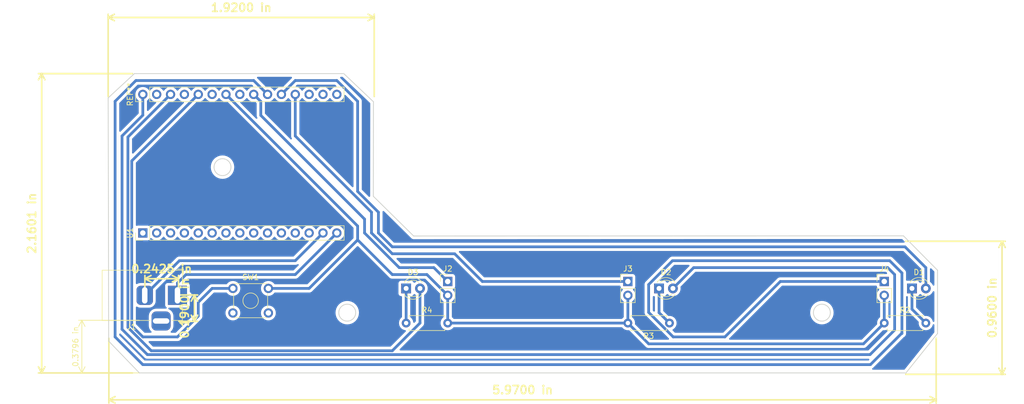
<source format=kicad_pcb>
(kicad_pcb (version 20171130) (host pcbnew "(5.1.2)-1")

  (general
    (thickness 1.6)
    (drawings 22)
    (tracks 93)
    (zones 0)
    (modules 12)
    (nets 36)
  )

  (page A4)
  (layers
    (0 F.Cu signal)
    (31 B.Cu signal)
    (32 B.Adhes user)
    (33 F.Adhes user)
    (34 B.Paste user)
    (35 F.Paste user)
    (36 B.SilkS user)
    (37 F.SilkS user)
    (38 B.Mask user)
    (39 F.Mask user)
    (40 Dwgs.User user)
    (41 Cmts.User user)
    (42 Eco1.User user)
    (43 Eco2.User user)
    (44 Edge.Cuts user)
    (45 Margin user)
    (46 B.CrtYd user)
    (47 F.CrtYd user)
    (48 B.Fab user)
    (49 F.Fab user)
  )

  (setup
    (last_trace_width 0.5)
    (trace_clearance 0.2)
    (zone_clearance 0.508)
    (zone_45_only no)
    (trace_min 0.2)
    (via_size 0.8)
    (via_drill 0.4)
    (via_min_size 0.4)
    (via_min_drill 0.3)
    (uvia_size 0.3)
    (uvia_drill 0.1)
    (uvias_allowed no)
    (uvia_min_size 0.2)
    (uvia_min_drill 0.1)
    (edge_width 0.15)
    (segment_width 0.2)
    (pcb_text_width 0.3)
    (pcb_text_size 1.5 1.5)
    (mod_edge_width 0.15)
    (mod_text_size 1 1)
    (mod_text_width 0.15)
    (pad_size 1.524 1.524)
    (pad_drill 0.762)
    (pad_to_mask_clearance 0.051)
    (solder_mask_min_width 0.25)
    (aux_axis_origin 0 0)
    (visible_elements 7FFFFFFF)
    (pcbplotparams
      (layerselection 0x01000_fffffffe)
      (usegerberextensions false)
      (usegerberattributes false)
      (usegerberadvancedattributes false)
      (creategerberjobfile false)
      (excludeedgelayer true)
      (linewidth 0.100000)
      (plotframeref false)
      (viasonmask false)
      (mode 1)
      (useauxorigin false)
      (hpglpennumber 1)
      (hpglpenspeed 20)
      (hpglpendiameter 15.000000)
      (psnegative false)
      (psa4output false)
      (plotreference true)
      (plotvalue true)
      (plotinvisibletext false)
      (padsonsilk false)
      (subtractmaskfromsilk false)
      (outputformat 1)
      (mirror false)
      (drillshape 0)
      (scaleselection 1)
      (outputdirectory "gerbers/"))
  )

  (net 0 "")
  (net 1 "Net-(D1-Pad1)")
  (net 2 "Net-(D1-Pad2)")
  (net 3 "Net-(D2-Pad2)")
  (net 4 "Net-(D2-Pad1)")
  (net 5 "Net-(D3-Pad1)")
  (net 6 "Net-(D3-Pad2)")
  (net 7 "Net-(J1-Pad1)")
  (net 8 "Net-(J1-Pad2)")
  (net 9 "Net-(J2-Pad1)")
  (net 10 "Net-(J2-Pad2)")
  (net 11 "Net-(J3-Pad1)")
  (net 12 "Net-(J4-Pad1)")
  (net 13 "Net-(SW1-Pad4)")
  (net 14 "Net-(SW1-Pad3)")
  (net 15 "Net-(SW1-Pad1)")
  (net 16 "Net-(U1-Pad18)")
  (net 17 "Net-(U1-Pad20)")
  (net 18 "Net-(U1-Pad29)")
  (net 19 "Net-(U1-Pad22)")
  (net 20 "Net-(U1-Pad28)")
  (net 21 "Net-(U1-Pad27)")
  (net 22 "Net-(U1-Pad16)")
  (net 23 "Net-(U1-Pad12)")
  (net 24 "Net-(U1-Pad11)")
  (net 25 "Net-(U1-Pad10)")
  (net 26 "Net-(U1-Pad9)")
  (net 27 "Net-(U1-Pad8)")
  (net 28 "Net-(U1-Pad7)")
  (net 29 "Net-(U1-Pad6)")
  (net 30 "Net-(U1-Pad5)")
  (net 31 "Net-(U1-Pad4)")
  (net 32 "Net-(U1-Pad3)")
  (net 33 "Net-(U1-Pad2)")
  (net 34 "Net-(U1-Pad1)")
  (net 35 "Net-(U1-Pad0)")

  (net_class Default "This is the default net class."
    (clearance 0.2)
    (trace_width 0.5)
    (via_dia 0.8)
    (via_drill 0.4)
    (uvia_dia 0.3)
    (uvia_drill 0.1)
    (add_net "Net-(D1-Pad1)")
    (add_net "Net-(D1-Pad2)")
    (add_net "Net-(D2-Pad1)")
    (add_net "Net-(D2-Pad2)")
    (add_net "Net-(D3-Pad1)")
    (add_net "Net-(D3-Pad2)")
    (add_net "Net-(J1-Pad1)")
    (add_net "Net-(J1-Pad2)")
    (add_net "Net-(J2-Pad1)")
    (add_net "Net-(J2-Pad2)")
    (add_net "Net-(J3-Pad1)")
    (add_net "Net-(J4-Pad1)")
    (add_net "Net-(SW1-Pad1)")
    (add_net "Net-(SW1-Pad3)")
    (add_net "Net-(SW1-Pad4)")
    (add_net "Net-(U1-Pad0)")
    (add_net "Net-(U1-Pad1)")
    (add_net "Net-(U1-Pad10)")
    (add_net "Net-(U1-Pad11)")
    (add_net "Net-(U1-Pad12)")
    (add_net "Net-(U1-Pad16)")
    (add_net "Net-(U1-Pad18)")
    (add_net "Net-(U1-Pad2)")
    (add_net "Net-(U1-Pad20)")
    (add_net "Net-(U1-Pad22)")
    (add_net "Net-(U1-Pad27)")
    (add_net "Net-(U1-Pad28)")
    (add_net "Net-(U1-Pad29)")
    (add_net "Net-(U1-Pad3)")
    (add_net "Net-(U1-Pad4)")
    (add_net "Net-(U1-Pad5)")
    (add_net "Net-(U1-Pad6)")
    (add_net "Net-(U1-Pad7)")
    (add_net "Net-(U1-Pad8)")
    (add_net "Net-(U1-Pad9)")
  )

  (module LED_THT:LED_D3.0mm (layer F.Cu) (tedit 587A3A7B) (tstamp 5CFB368A)
    (at 182.88 118.11)
    (descr "LED, diameter 3.0mm, 2 pins")
    (tags "LED diameter 3.0mm 2 pins")
    (path /5CB09990)
    (fp_text reference D1 (at 1.27 -2.96) (layer F.SilkS)
      (effects (font (size 1 1) (thickness 0.15)))
    )
    (fp_text value LED (at 1.27 2.96) (layer F.Fab)
      (effects (font (size 1 1) (thickness 0.15)))
    )
    (fp_line (start 3.7 -2.25) (end -1.15 -2.25) (layer F.CrtYd) (width 0.05))
    (fp_line (start 3.7 2.25) (end 3.7 -2.25) (layer F.CrtYd) (width 0.05))
    (fp_line (start -1.15 2.25) (end 3.7 2.25) (layer F.CrtYd) (width 0.05))
    (fp_line (start -1.15 -2.25) (end -1.15 2.25) (layer F.CrtYd) (width 0.05))
    (fp_line (start -0.29 1.08) (end -0.29 1.236) (layer F.SilkS) (width 0.12))
    (fp_line (start -0.29 -1.236) (end -0.29 -1.08) (layer F.SilkS) (width 0.12))
    (fp_line (start -0.23 -1.16619) (end -0.23 1.16619) (layer F.Fab) (width 0.1))
    (fp_circle (center 1.27 0) (end 2.77 0) (layer F.Fab) (width 0.1))
    (fp_arc (start 1.27 0) (end 0.229039 1.08) (angle -87.9) (layer F.SilkS) (width 0.12))
    (fp_arc (start 1.27 0) (end 0.229039 -1.08) (angle 87.9) (layer F.SilkS) (width 0.12))
    (fp_arc (start 1.27 0) (end -0.29 1.235516) (angle -108.8) (layer F.SilkS) (width 0.12))
    (fp_arc (start 1.27 0) (end -0.29 -1.235516) (angle 108.8) (layer F.SilkS) (width 0.12))
    (fp_arc (start 1.27 0) (end -0.23 -1.16619) (angle 284.3) (layer F.Fab) (width 0.1))
    (pad 2 thru_hole circle (at 2.54 0) (size 1.8 1.8) (drill 0.9) (layers *.Cu *.Mask)
      (net 2 "Net-(D1-Pad2)"))
    (pad 1 thru_hole rect (at 0 0) (size 1.8 1.8) (drill 0.9) (layers *.Cu *.Mask)
      (net 1 "Net-(D1-Pad1)"))
    (model ${KISYS3DMOD}/LED_THT.3dshapes/LED_D3.0mm.wrl
      (at (xyz 0 0 0))
      (scale (xyz 1 1 1))
      (rotate (xyz 0 0 0))
    )
  )

  (module LED_THT:LED_D3.0mm (layer F.Cu) (tedit 587A3A7B) (tstamp 5CFB36F6)
    (at 136.525 118.11)
    (descr "LED, diameter 3.0mm, 2 pins")
    (tags "LED diameter 3.0mm 2 pins")
    (path /5CB09E43)
    (fp_text reference D2 (at 1.27 -2.96) (layer F.SilkS)
      (effects (font (size 1 1) (thickness 0.15)))
    )
    (fp_text value LED (at 1.27 2.96) (layer F.Fab)
      (effects (font (size 1 1) (thickness 0.15)))
    )
    (fp_arc (start 1.27 0) (end -0.23 -1.16619) (angle 284.3) (layer F.Fab) (width 0.1))
    (fp_arc (start 1.27 0) (end -0.29 -1.235516) (angle 108.8) (layer F.SilkS) (width 0.12))
    (fp_arc (start 1.27 0) (end -0.29 1.235516) (angle -108.8) (layer F.SilkS) (width 0.12))
    (fp_arc (start 1.27 0) (end 0.229039 -1.08) (angle 87.9) (layer F.SilkS) (width 0.12))
    (fp_arc (start 1.27 0) (end 0.229039 1.08) (angle -87.9) (layer F.SilkS) (width 0.12))
    (fp_circle (center 1.27 0) (end 2.77 0) (layer F.Fab) (width 0.1))
    (fp_line (start -0.23 -1.16619) (end -0.23 1.16619) (layer F.Fab) (width 0.1))
    (fp_line (start -0.29 -1.236) (end -0.29 -1.08) (layer F.SilkS) (width 0.12))
    (fp_line (start -0.29 1.08) (end -0.29 1.236) (layer F.SilkS) (width 0.12))
    (fp_line (start -1.15 -2.25) (end -1.15 2.25) (layer F.CrtYd) (width 0.05))
    (fp_line (start -1.15 2.25) (end 3.7 2.25) (layer F.CrtYd) (width 0.05))
    (fp_line (start 3.7 2.25) (end 3.7 -2.25) (layer F.CrtYd) (width 0.05))
    (fp_line (start 3.7 -2.25) (end -1.15 -2.25) (layer F.CrtYd) (width 0.05))
    (pad 1 thru_hole rect (at 0 0) (size 1.8 1.8) (drill 0.9) (layers *.Cu *.Mask)
      (net 4 "Net-(D2-Pad1)"))
    (pad 2 thru_hole circle (at 2.54 0) (size 1.8 1.8) (drill 0.9) (layers *.Cu *.Mask)
      (net 3 "Net-(D2-Pad2)"))
    (model ${KISYS3DMOD}/LED_THT.3dshapes/LED_D3.0mm.wrl
      (at (xyz 0 0 0))
      (scale (xyz 1 1 1))
      (rotate (xyz 0 0 0))
    )
  )

  (module LED_THT:LED_D3.0mm (layer F.Cu) (tedit 587A3A7B) (tstamp 5CFB36C0)
    (at 90.17 118.11)
    (descr "LED, diameter 3.0mm, 2 pins")
    (tags "LED diameter 3.0mm 2 pins")
    (path /5CB0A15A)
    (fp_text reference D3 (at 1.27 -2.96) (layer F.SilkS)
      (effects (font (size 1 1) (thickness 0.15)))
    )
    (fp_text value LED (at 1.27 2.96) (layer F.Fab)
      (effects (font (size 1 1) (thickness 0.15)))
    )
    (fp_line (start 3.7 -2.25) (end -1.15 -2.25) (layer F.CrtYd) (width 0.05))
    (fp_line (start 3.7 2.25) (end 3.7 -2.25) (layer F.CrtYd) (width 0.05))
    (fp_line (start -1.15 2.25) (end 3.7 2.25) (layer F.CrtYd) (width 0.05))
    (fp_line (start -1.15 -2.25) (end -1.15 2.25) (layer F.CrtYd) (width 0.05))
    (fp_line (start -0.29 1.08) (end -0.29 1.236) (layer F.SilkS) (width 0.12))
    (fp_line (start -0.29 -1.236) (end -0.29 -1.08) (layer F.SilkS) (width 0.12))
    (fp_line (start -0.23 -1.16619) (end -0.23 1.16619) (layer F.Fab) (width 0.1))
    (fp_circle (center 1.27 0) (end 2.77 0) (layer F.Fab) (width 0.1))
    (fp_arc (start 1.27 0) (end 0.229039 1.08) (angle -87.9) (layer F.SilkS) (width 0.12))
    (fp_arc (start 1.27 0) (end 0.229039 -1.08) (angle 87.9) (layer F.SilkS) (width 0.12))
    (fp_arc (start 1.27 0) (end -0.29 1.235516) (angle -108.8) (layer F.SilkS) (width 0.12))
    (fp_arc (start 1.27 0) (end -0.29 -1.235516) (angle 108.8) (layer F.SilkS) (width 0.12))
    (fp_arc (start 1.27 0) (end -0.23 -1.16619) (angle 284.3) (layer F.Fab) (width 0.1))
    (pad 2 thru_hole circle (at 2.54 0) (size 1.8 1.8) (drill 0.9) (layers *.Cu *.Mask)
      (net 6 "Net-(D3-Pad2)"))
    (pad 1 thru_hole rect (at 0 0) (size 1.8 1.8) (drill 0.9) (layers *.Cu *.Mask)
      (net 5 "Net-(D3-Pad1)"))
    (model ${KISYS3DMOD}/LED_THT.3dshapes/LED_D3.0mm.wrl
      (at (xyz 0 0 0))
      (scale (xyz 1 1 1))
      (rotate (xyz 0 0 0))
    )
  )

  (module Connector_BarrelJack:BarrelJack_Horizontal (layer F.Cu) (tedit 5A1DBF6A) (tstamp 5CFB16FB)
    (at 48.26 119.38)
    (descr "DC Barrel Jack")
    (tags "Power Jack")
    (path /5CC3528F)
    (fp_text reference J1 (at -8.45 5.75) (layer F.SilkS)
      (effects (font (size 1 1) (thickness 0.15)))
    )
    (fp_text value Jack-DC (at -6.2 -5.5) (layer F.Fab)
      (effects (font (size 1 1) (thickness 0.15)))
    )
    (fp_text user %R (at -3 -2.95) (layer F.Fab)
      (effects (font (size 1 1) (thickness 0.15)))
    )
    (fp_line (start -0.003213 -4.505425) (end 0.8 -3.75) (layer F.Fab) (width 0.1))
    (fp_line (start 1.1 -3.75) (end 1.1 -4.8) (layer F.SilkS) (width 0.12))
    (fp_line (start 0.05 -4.8) (end 1.1 -4.8) (layer F.SilkS) (width 0.12))
    (fp_line (start 1 -4.5) (end 1 -4.75) (layer F.CrtYd) (width 0.05))
    (fp_line (start 1 -4.75) (end -14 -4.75) (layer F.CrtYd) (width 0.05))
    (fp_line (start 1 -4.5) (end 1 -2) (layer F.CrtYd) (width 0.05))
    (fp_line (start 1 -2) (end 2 -2) (layer F.CrtYd) (width 0.05))
    (fp_line (start 2 -2) (end 2 2) (layer F.CrtYd) (width 0.05))
    (fp_line (start 2 2) (end 1 2) (layer F.CrtYd) (width 0.05))
    (fp_line (start 1 2) (end 1 4.75) (layer F.CrtYd) (width 0.05))
    (fp_line (start 1 4.75) (end -1 4.75) (layer F.CrtYd) (width 0.05))
    (fp_line (start -1 4.75) (end -1 6.75) (layer F.CrtYd) (width 0.05))
    (fp_line (start -1 6.75) (end -5 6.75) (layer F.CrtYd) (width 0.05))
    (fp_line (start -5 6.75) (end -5 4.75) (layer F.CrtYd) (width 0.05))
    (fp_line (start -5 4.75) (end -14 4.75) (layer F.CrtYd) (width 0.05))
    (fp_line (start -14 4.75) (end -14 -4.75) (layer F.CrtYd) (width 0.05))
    (fp_line (start -5 4.6) (end -13.8 4.6) (layer F.SilkS) (width 0.12))
    (fp_line (start -13.8 4.6) (end -13.8 -4.6) (layer F.SilkS) (width 0.12))
    (fp_line (start 0.9 1.9) (end 0.9 4.6) (layer F.SilkS) (width 0.12))
    (fp_line (start 0.9 4.6) (end -1 4.6) (layer F.SilkS) (width 0.12))
    (fp_line (start -13.8 -4.6) (end 0.9 -4.6) (layer F.SilkS) (width 0.12))
    (fp_line (start 0.9 -4.6) (end 0.9 -2) (layer F.SilkS) (width 0.12))
    (fp_line (start -10.2 -4.5) (end -10.2 4.5) (layer F.Fab) (width 0.1))
    (fp_line (start -13.7 -4.5) (end -13.7 4.5) (layer F.Fab) (width 0.1))
    (fp_line (start -13.7 4.5) (end 0.8 4.5) (layer F.Fab) (width 0.1))
    (fp_line (start 0.8 4.5) (end 0.8 -3.75) (layer F.Fab) (width 0.1))
    (fp_line (start 0 -4.5) (end -13.7 -4.5) (layer F.Fab) (width 0.1))
    (pad 1 thru_hole rect (at 0 0) (size 3.5 3.5) (drill oval 1 3) (layers *.Cu *.Mask)
      (net 7 "Net-(J1-Pad1)"))
    (pad 2 thru_hole roundrect (at -6 0) (size 3 3.5) (drill oval 1 3) (layers *.Cu *.Mask) (roundrect_rratio 0.25)
      (net 8 "Net-(J1-Pad2)"))
    (pad 3 thru_hole roundrect (at -3 4.7) (size 3.5 3.5) (drill oval 3 1) (layers *.Cu *.Mask) (roundrect_rratio 0.25))
    (model ${KISYS3DMOD}/Connector_BarrelJack.3dshapes/BarrelJack_Horizontal.wrl
      (at (xyz 0 0 0))
      (scale (xyz 1 1 1))
      (rotate (xyz 0 0 0))
    )
  )

  (module Connector_PinHeader_2.54mm:PinHeader_1x02_P2.54mm_Vertical (layer F.Cu) (tedit 59FED5CC) (tstamp 5CFB308D)
    (at 97.79 116.84)
    (descr "Through hole straight pin header, 1x02, 2.54mm pitch, single row")
    (tags "Through hole pin header THT 1x02 2.54mm single row")
    (path /5CB0AF27)
    (fp_text reference J2 (at 0 -2.33) (layer F.SilkS)
      (effects (font (size 1 1) (thickness 0.15)))
    )
    (fp_text value Conn_01x02_Female (at 0 4.87) (layer F.Fab)
      (effects (font (size 1 1) (thickness 0.15)))
    )
    (fp_line (start -0.635 -1.27) (end 1.27 -1.27) (layer F.Fab) (width 0.1))
    (fp_line (start 1.27 -1.27) (end 1.27 3.81) (layer F.Fab) (width 0.1))
    (fp_line (start 1.27 3.81) (end -1.27 3.81) (layer F.Fab) (width 0.1))
    (fp_line (start -1.27 3.81) (end -1.27 -0.635) (layer F.Fab) (width 0.1))
    (fp_line (start -1.27 -0.635) (end -0.635 -1.27) (layer F.Fab) (width 0.1))
    (fp_line (start -1.33 3.87) (end 1.33 3.87) (layer F.SilkS) (width 0.12))
    (fp_line (start -1.33 1.27) (end -1.33 3.87) (layer F.SilkS) (width 0.12))
    (fp_line (start 1.33 1.27) (end 1.33 3.87) (layer F.SilkS) (width 0.12))
    (fp_line (start -1.33 1.27) (end 1.33 1.27) (layer F.SilkS) (width 0.12))
    (fp_line (start -1.33 0) (end -1.33 -1.33) (layer F.SilkS) (width 0.12))
    (fp_line (start -1.33 -1.33) (end 0 -1.33) (layer F.SilkS) (width 0.12))
    (fp_line (start -1.8 -1.8) (end -1.8 4.35) (layer F.CrtYd) (width 0.05))
    (fp_line (start -1.8 4.35) (end 1.8 4.35) (layer F.CrtYd) (width 0.05))
    (fp_line (start 1.8 4.35) (end 1.8 -1.8) (layer F.CrtYd) (width 0.05))
    (fp_line (start 1.8 -1.8) (end -1.8 -1.8) (layer F.CrtYd) (width 0.05))
    (fp_text user %R (at 0 1.27 90) (layer F.Fab)
      (effects (font (size 1 1) (thickness 0.15)))
    )
    (pad 1 thru_hole rect (at 0 0) (size 1.7 1.7) (drill 1) (layers *.Cu *.Mask)
      (net 9 "Net-(J2-Pad1)"))
    (pad 2 thru_hole oval (at 0 2.54) (size 1.7 1.7) (drill 1) (layers *.Cu *.Mask)
      (net 10 "Net-(J2-Pad2)"))
    (model ${KISYS3DMOD}/Connector_PinHeader_2.54mm.3dshapes/PinHeader_1x02_P2.54mm_Vertical.wrl
      (at (xyz 0 0 0))
      (scale (xyz 1 1 1))
      (rotate (xyz 0 0 0))
    )
  )

  (module Connector_PinHeader_2.54mm:PinHeader_1x02_P2.54mm_Vertical (layer F.Cu) (tedit 59FED5CC) (tstamp 5CFB1727)
    (at 130.81 116.84)
    (descr "Through hole straight pin header, 1x02, 2.54mm pitch, single row")
    (tags "Through hole pin header THT 1x02 2.54mm single row")
    (path /5CB0B0BC)
    (fp_text reference J3 (at 0 -2.33) (layer F.SilkS)
      (effects (font (size 1 1) (thickness 0.15)))
    )
    (fp_text value Conn_01x02_Female (at 0 4.87) (layer F.Fab)
      (effects (font (size 1 1) (thickness 0.15)))
    )
    (fp_text user %R (at 0 1.27 90) (layer F.Fab)
      (effects (font (size 1 1) (thickness 0.15)))
    )
    (fp_line (start 1.8 -1.8) (end -1.8 -1.8) (layer F.CrtYd) (width 0.05))
    (fp_line (start 1.8 4.35) (end 1.8 -1.8) (layer F.CrtYd) (width 0.05))
    (fp_line (start -1.8 4.35) (end 1.8 4.35) (layer F.CrtYd) (width 0.05))
    (fp_line (start -1.8 -1.8) (end -1.8 4.35) (layer F.CrtYd) (width 0.05))
    (fp_line (start -1.33 -1.33) (end 0 -1.33) (layer F.SilkS) (width 0.12))
    (fp_line (start -1.33 0) (end -1.33 -1.33) (layer F.SilkS) (width 0.12))
    (fp_line (start -1.33 1.27) (end 1.33 1.27) (layer F.SilkS) (width 0.12))
    (fp_line (start 1.33 1.27) (end 1.33 3.87) (layer F.SilkS) (width 0.12))
    (fp_line (start -1.33 1.27) (end -1.33 3.87) (layer F.SilkS) (width 0.12))
    (fp_line (start -1.33 3.87) (end 1.33 3.87) (layer F.SilkS) (width 0.12))
    (fp_line (start -1.27 -0.635) (end -0.635 -1.27) (layer F.Fab) (width 0.1))
    (fp_line (start -1.27 3.81) (end -1.27 -0.635) (layer F.Fab) (width 0.1))
    (fp_line (start 1.27 3.81) (end -1.27 3.81) (layer F.Fab) (width 0.1))
    (fp_line (start 1.27 -1.27) (end 1.27 3.81) (layer F.Fab) (width 0.1))
    (fp_line (start -0.635 -1.27) (end 1.27 -1.27) (layer F.Fab) (width 0.1))
    (pad 2 thru_hole oval (at 0 2.54) (size 1.7 1.7) (drill 1) (layers *.Cu *.Mask)
      (net 10 "Net-(J2-Pad2)"))
    (pad 1 thru_hole rect (at 0 0) (size 1.7 1.7) (drill 1) (layers *.Cu *.Mask)
      (net 11 "Net-(J3-Pad1)"))
    (model ${KISYS3DMOD}/Connector_PinHeader_2.54mm.3dshapes/PinHeader_1x02_P2.54mm_Vertical.wrl
      (at (xyz 0 0 0))
      (scale (xyz 1 1 1))
      (rotate (xyz 0 0 0))
    )
  )

  (module Connector_PinHeader_2.54mm:PinHeader_1x02_P2.54mm_Vertical (layer F.Cu) (tedit 59FED5CC) (tstamp 5CFB3543)
    (at 177.8 116.84)
    (descr "Through hole straight pin header, 1x02, 2.54mm pitch, single row")
    (tags "Through hole pin header THT 1x02 2.54mm single row")
    (path /5CB0B1D4)
    (fp_text reference J4 (at 0 -2.33) (layer F.SilkS)
      (effects (font (size 1 1) (thickness 0.15)))
    )
    (fp_text value Conn_01x02_Female (at 0 4.87) (layer F.Fab)
      (effects (font (size 1 1) (thickness 0.15)))
    )
    (fp_line (start -0.635 -1.27) (end 1.27 -1.27) (layer F.Fab) (width 0.1))
    (fp_line (start 1.27 -1.27) (end 1.27 3.81) (layer F.Fab) (width 0.1))
    (fp_line (start 1.27 3.81) (end -1.27 3.81) (layer F.Fab) (width 0.1))
    (fp_line (start -1.27 3.81) (end -1.27 -0.635) (layer F.Fab) (width 0.1))
    (fp_line (start -1.27 -0.635) (end -0.635 -1.27) (layer F.Fab) (width 0.1))
    (fp_line (start -1.33 3.87) (end 1.33 3.87) (layer F.SilkS) (width 0.12))
    (fp_line (start -1.33 1.27) (end -1.33 3.87) (layer F.SilkS) (width 0.12))
    (fp_line (start 1.33 1.27) (end 1.33 3.87) (layer F.SilkS) (width 0.12))
    (fp_line (start -1.33 1.27) (end 1.33 1.27) (layer F.SilkS) (width 0.12))
    (fp_line (start -1.33 0) (end -1.33 -1.33) (layer F.SilkS) (width 0.12))
    (fp_line (start -1.33 -1.33) (end 0 -1.33) (layer F.SilkS) (width 0.12))
    (fp_line (start -1.8 -1.8) (end -1.8 4.35) (layer F.CrtYd) (width 0.05))
    (fp_line (start -1.8 4.35) (end 1.8 4.35) (layer F.CrtYd) (width 0.05))
    (fp_line (start 1.8 4.35) (end 1.8 -1.8) (layer F.CrtYd) (width 0.05))
    (fp_line (start 1.8 -1.8) (end -1.8 -1.8) (layer F.CrtYd) (width 0.05))
    (fp_text user %R (at 0 1.27 90) (layer F.Fab)
      (effects (font (size 1 1) (thickness 0.15)))
    )
    (pad 1 thru_hole rect (at 0 0) (size 1.7 1.7) (drill 1) (layers *.Cu *.Mask)
      (net 12 "Net-(J4-Pad1)"))
    (pad 2 thru_hole oval (at 0 2.54) (size 1.7 1.7) (drill 1) (layers *.Cu *.Mask)
      (net 10 "Net-(J2-Pad2)"))
    (model ${KISYS3DMOD}/Connector_PinHeader_2.54mm.3dshapes/PinHeader_1x02_P2.54mm_Vertical.wrl
      (at (xyz 0 0 0))
      (scale (xyz 1 1 1))
      (rotate (xyz 0 0 0))
    )
  )

  (module Resistor_THT:R_Axial_DIN0207_L6.3mm_D2.5mm_P7.62mm_Horizontal (layer F.Cu) (tedit 5AE5139B) (tstamp 5CFB1754)
    (at 177.8 124.46)
    (descr "Resistor, Axial_DIN0207 series, Axial, Horizontal, pin pitch=7.62mm, 0.25W = 1/4W, length*diameter=6.3*2.5mm^2, http://cdn-reichelt.de/documents/datenblatt/B400/1_4W%23YAG.pdf")
    (tags "Resistor Axial_DIN0207 series Axial Horizontal pin pitch 7.62mm 0.25W = 1/4W length 6.3mm diameter 2.5mm")
    (path /5CB09570)
    (fp_text reference R2 (at 3.81 -2.37) (layer F.SilkS)
      (effects (font (size 1 1) (thickness 0.15)))
    )
    (fp_text value R (at 3.81 2.37) (layer F.Fab)
      (effects (font (size 1 1) (thickness 0.15)))
    )
    (fp_line (start 0.66 -1.25) (end 0.66 1.25) (layer F.Fab) (width 0.1))
    (fp_line (start 0.66 1.25) (end 6.96 1.25) (layer F.Fab) (width 0.1))
    (fp_line (start 6.96 1.25) (end 6.96 -1.25) (layer F.Fab) (width 0.1))
    (fp_line (start 6.96 -1.25) (end 0.66 -1.25) (layer F.Fab) (width 0.1))
    (fp_line (start 0 0) (end 0.66 0) (layer F.Fab) (width 0.1))
    (fp_line (start 7.62 0) (end 6.96 0) (layer F.Fab) (width 0.1))
    (fp_line (start 0.54 -1.04) (end 0.54 -1.37) (layer F.SilkS) (width 0.12))
    (fp_line (start 0.54 -1.37) (end 7.08 -1.37) (layer F.SilkS) (width 0.12))
    (fp_line (start 7.08 -1.37) (end 7.08 -1.04) (layer F.SilkS) (width 0.12))
    (fp_line (start 0.54 1.04) (end 0.54 1.37) (layer F.SilkS) (width 0.12))
    (fp_line (start 0.54 1.37) (end 7.08 1.37) (layer F.SilkS) (width 0.12))
    (fp_line (start 7.08 1.37) (end 7.08 1.04) (layer F.SilkS) (width 0.12))
    (fp_line (start -1.05 -1.5) (end -1.05 1.5) (layer F.CrtYd) (width 0.05))
    (fp_line (start -1.05 1.5) (end 8.67 1.5) (layer F.CrtYd) (width 0.05))
    (fp_line (start 8.67 1.5) (end 8.67 -1.5) (layer F.CrtYd) (width 0.05))
    (fp_line (start 8.67 -1.5) (end -1.05 -1.5) (layer F.CrtYd) (width 0.05))
    (fp_text user %R (at 3.81 0) (layer F.Fab)
      (effects (font (size 1 1) (thickness 0.15)))
    )
    (pad 1 thru_hole circle (at 0 0) (size 1.6 1.6) (drill 0.8) (layers *.Cu *.Mask)
      (net 10 "Net-(J2-Pad2)"))
    (pad 2 thru_hole oval (at 7.62 0) (size 1.6 1.6) (drill 0.8) (layers *.Cu *.Mask)
      (net 1 "Net-(D1-Pad1)"))
    (model ${KISYS3DMOD}/Resistor_THT.3dshapes/R_Axial_DIN0207_L6.3mm_D2.5mm_P7.62mm_Horizontal.wrl
      (at (xyz 0 0 0))
      (scale (xyz 1 1 1))
      (rotate (xyz 0 0 0))
    )
  )

  (module Resistor_THT:R_Axial_DIN0207_L6.3mm_D2.5mm_P7.62mm_Horizontal (layer F.Cu) (tedit 5AE5139B) (tstamp 5CFB328C)
    (at 138.43 124.46 180)
    (descr "Resistor, Axial_DIN0207 series, Axial, Horizontal, pin pitch=7.62mm, 0.25W = 1/4W, length*diameter=6.3*2.5mm^2, http://cdn-reichelt.de/documents/datenblatt/B400/1_4W%23YAG.pdf")
    (tags "Resistor Axial_DIN0207 series Axial Horizontal pin pitch 7.62mm 0.25W = 1/4W length 6.3mm diameter 2.5mm")
    (path /5CB094B7)
    (fp_text reference R3 (at 3.81 -2.37 180) (layer F.SilkS)
      (effects (font (size 1 1) (thickness 0.15)))
    )
    (fp_text value R (at 3.81 2.37 180) (layer F.Fab)
      (effects (font (size 1 1) (thickness 0.15)))
    )
    (fp_line (start 0.66 -1.25) (end 0.66 1.25) (layer F.Fab) (width 0.1))
    (fp_line (start 0.66 1.25) (end 6.96 1.25) (layer F.Fab) (width 0.1))
    (fp_line (start 6.96 1.25) (end 6.96 -1.25) (layer F.Fab) (width 0.1))
    (fp_line (start 6.96 -1.25) (end 0.66 -1.25) (layer F.Fab) (width 0.1))
    (fp_line (start 0 0) (end 0.66 0) (layer F.Fab) (width 0.1))
    (fp_line (start 7.62 0) (end 6.96 0) (layer F.Fab) (width 0.1))
    (fp_line (start 0.54 -1.04) (end 0.54 -1.37) (layer F.SilkS) (width 0.12))
    (fp_line (start 0.54 -1.37) (end 7.08 -1.37) (layer F.SilkS) (width 0.12))
    (fp_line (start 7.08 -1.37) (end 7.08 -1.04) (layer F.SilkS) (width 0.12))
    (fp_line (start 0.54 1.04) (end 0.54 1.37) (layer F.SilkS) (width 0.12))
    (fp_line (start 0.54 1.37) (end 7.08 1.37) (layer F.SilkS) (width 0.12))
    (fp_line (start 7.08 1.37) (end 7.08 1.04) (layer F.SilkS) (width 0.12))
    (fp_line (start -1.05 -1.5) (end -1.05 1.5) (layer F.CrtYd) (width 0.05))
    (fp_line (start -1.05 1.5) (end 8.67 1.5) (layer F.CrtYd) (width 0.05))
    (fp_line (start 8.67 1.5) (end 8.67 -1.5) (layer F.CrtYd) (width 0.05))
    (fp_line (start 8.67 -1.5) (end -1.05 -1.5) (layer F.CrtYd) (width 0.05))
    (fp_text user %R (at 3.81 0 180) (layer F.Fab)
      (effects (font (size 1 1) (thickness 0.15)))
    )
    (pad 1 thru_hole circle (at 0 0 180) (size 1.6 1.6) (drill 0.8) (layers *.Cu *.Mask)
      (net 4 "Net-(D2-Pad1)"))
    (pad 2 thru_hole oval (at 7.62 0 180) (size 1.6 1.6) (drill 0.8) (layers *.Cu *.Mask)
      (net 10 "Net-(J2-Pad2)"))
    (model ${KISYS3DMOD}/Resistor_THT.3dshapes/R_Axial_DIN0207_L6.3mm_D2.5mm_P7.62mm_Horizontal.wrl
      (at (xyz 0 0 0))
      (scale (xyz 1 1 1))
      (rotate (xyz 0 0 0))
    )
  )

  (module Resistor_THT:R_Axial_DIN0207_L6.3mm_D2.5mm_P7.62mm_Horizontal (layer F.Cu) (tedit 5AE5139B) (tstamp 5CFB2F12)
    (at 90.17 124.46)
    (descr "Resistor, Axial_DIN0207 series, Axial, Horizontal, pin pitch=7.62mm, 0.25W = 1/4W, length*diameter=6.3*2.5mm^2, http://cdn-reichelt.de/documents/datenblatt/B400/1_4W%23YAG.pdf")
    (tags "Resistor Axial_DIN0207 series Axial Horizontal pin pitch 7.62mm 0.25W = 1/4W length 6.3mm diameter 2.5mm")
    (path /5CB09519)
    (fp_text reference R4 (at 3.81 -2.37) (layer F.SilkS)
      (effects (font (size 1 1) (thickness 0.15)))
    )
    (fp_text value R (at 3.81 2.37) (layer F.Fab)
      (effects (font (size 1 1) (thickness 0.15)))
    )
    (fp_text user %R (at 3.81 0 90) (layer F.Fab)
      (effects (font (size 1 1) (thickness 0.15)))
    )
    (fp_line (start 8.67 -1.5) (end -1.05 -1.5) (layer F.CrtYd) (width 0.05))
    (fp_line (start 8.67 1.5) (end 8.67 -1.5) (layer F.CrtYd) (width 0.05))
    (fp_line (start -1.05 1.5) (end 8.67 1.5) (layer F.CrtYd) (width 0.05))
    (fp_line (start -1.05 -1.5) (end -1.05 1.5) (layer F.CrtYd) (width 0.05))
    (fp_line (start 7.08 1.37) (end 7.08 1.04) (layer F.SilkS) (width 0.12))
    (fp_line (start 0.54 1.37) (end 7.08 1.37) (layer F.SilkS) (width 0.12))
    (fp_line (start 0.54 1.04) (end 0.54 1.37) (layer F.SilkS) (width 0.12))
    (fp_line (start 7.08 -1.37) (end 7.08 -1.04) (layer F.SilkS) (width 0.12))
    (fp_line (start 0.54 -1.37) (end 7.08 -1.37) (layer F.SilkS) (width 0.12))
    (fp_line (start 0.54 -1.04) (end 0.54 -1.37) (layer F.SilkS) (width 0.12))
    (fp_line (start 7.62 0) (end 6.96 0) (layer F.Fab) (width 0.1))
    (fp_line (start 0 0) (end 0.66 0) (layer F.Fab) (width 0.1))
    (fp_line (start 6.96 -1.25) (end 0.66 -1.25) (layer F.Fab) (width 0.1))
    (fp_line (start 6.96 1.25) (end 6.96 -1.25) (layer F.Fab) (width 0.1))
    (fp_line (start 0.66 1.25) (end 6.96 1.25) (layer F.Fab) (width 0.1))
    (fp_line (start 0.66 -1.25) (end 0.66 1.25) (layer F.Fab) (width 0.1))
    (pad 2 thru_hole oval (at 7.62 0) (size 1.6 1.6) (drill 0.8) (layers *.Cu *.Mask)
      (net 10 "Net-(J2-Pad2)"))
    (pad 1 thru_hole circle (at 0 0) (size 1.6 1.6) (drill 0.8) (layers *.Cu *.Mask)
      (net 5 "Net-(D3-Pad1)"))
    (model ${KISYS3DMOD}/Resistor_THT.3dshapes/R_Axial_DIN0207_L6.3mm_D2.5mm_P7.62mm_Horizontal.wrl
      (at (xyz 0 0 0))
      (scale (xyz 1 1 1))
      (rotate (xyz 0 0 0))
    )
  )

  (module Button_Switch_THT:SW_TH_Tactile_Omron_B3F-10xx (layer F.Cu) (tedit 5A02FE31) (tstamp 5CFB1798)
    (at 58.42 118.11)
    (descr SW_TH_Tactile_Omron_B3F-10xx_https://www.omron.com/ecb/products/pdf/en-b3f.pdf)
    (tags "Omron B3F-10xx")
    (path /5CC1FD9D)
    (fp_text reference SW1 (at 3.25 -2.05) (layer F.SilkS)
      (effects (font (size 1 1) (thickness 0.15)))
    )
    (fp_text value SW_Push_Dual (at 3.2 6.5) (layer F.Fab)
      (effects (font (size 1 1) (thickness 0.15)))
    )
    (fp_line (start 0.25 -0.75) (end 0.25 5.25) (layer F.Fab) (width 0.1))
    (fp_line (start 6.25 -0.75) (end 6.25 5.25) (layer F.Fab) (width 0.1))
    (fp_line (start 0.25 -0.75) (end 6.25 -0.75) (layer F.Fab) (width 0.1))
    (fp_text user %R (at 3.25 2.25) (layer F.Fab)
      (effects (font (size 1 1) (thickness 0.15)))
    )
    (fp_line (start 7.65 -1.15) (end -1.1 -1.15) (layer F.CrtYd) (width 0.05))
    (fp_line (start 7.6 5.6) (end 7.6 -1.1) (layer F.CrtYd) (width 0.05))
    (fp_line (start -1.1 5.6) (end 7.6 5.6) (layer F.CrtYd) (width 0.05))
    (fp_line (start -1.1 -1.15) (end -1.1 5.6) (layer F.CrtYd) (width 0.05))
    (fp_circle (center 3.25 2.25) (end 4.25 3.25) (layer F.SilkS) (width 0.12))
    (fp_line (start 0.28 5.37) (end 6.22 5.37) (layer F.SilkS) (width 0.12))
    (fp_line (start 0.28 -0.87) (end 6.22 -0.87) (layer F.SilkS) (width 0.12))
    (fp_line (start 0.13 3.59) (end 0.13 0.91) (layer F.SilkS) (width 0.12))
    (fp_line (start 6.37 0.91) (end 6.37 3.59) (layer F.SilkS) (width 0.12))
    (fp_line (start 0.25 5.25) (end 6.25 5.25) (layer F.Fab) (width 0.1))
    (pad 4 thru_hole circle (at 6.5 4.5) (size 1.7 1.7) (drill 1) (layers *.Cu *.Mask)
      (net 13 "Net-(SW1-Pad4)"))
    (pad 3 thru_hole circle (at 0 4.5) (size 1.7 1.7) (drill 1) (layers *.Cu *.Mask)
      (net 14 "Net-(SW1-Pad3)"))
    (pad 2 thru_hole circle (at 6.5 0) (size 1.7 1.7) (drill 1) (layers *.Cu *.Mask)
      (net 10 "Net-(J2-Pad2)"))
    (pad 1 thru_hole circle (at 0 0) (size 1.7 1.7) (drill 1) (layers *.Cu *.Mask)
      (net 15 "Net-(SW1-Pad1)"))
    (model ${KISYS3DMOD}/Button_Switch_THT.3dshapes/SW_TH_Tactile_Omron_B3F-10xx.wrl
      (at (xyz 0 0 0))
      (scale (xyz 1 1 1))
      (rotate (xyz 0 0 0))
    )
  )

  (module Eletrônica:nodeMCU (layer F.Cu) (tedit 5CAF9260) (tstamp 5CFB2C15)
    (at 41.91 107.95 90)
    (descr "Through hole straight pin header, 1x15, 2.54mm pitch, single row")
    (tags "Through hole pin header THT 1x15 2.54mm single row")
    (path /5CB0924C)
    (fp_text reference U1 (at 0 -2.33 90) (layer F.SilkS)
      (effects (font (size 1 1) (thickness 0.15)))
    )
    (fp_text value NodeMCU_v1.0 (at 0 37.89 90) (layer F.Fab)
      (effects (font (size 1 1) (thickness 0.15)))
    )
    (fp_line (start 24.13 -0.635) (end 24.765 -1.27) (layer F.Fab) (width 0.1))
    (fp_line (start 24.765 -1.27) (end 26.67 -1.27) (layer F.Fab) (width 0.1))
    (fp_line (start 24.07 36.89) (end 26.73 36.89) (layer F.SilkS) (width 0.12))
    (fp_line (start 24.07 1.27) (end 24.07 36.89) (layer F.SilkS) (width 0.12))
    (fp_line (start 27.2 -1.8) (end 23.6 -1.8) (layer F.CrtYd) (width 0.05))
    (fp_line (start 24.13 36.83) (end 24.13 -0.635) (layer F.Fab) (width 0.1))
    (fp_line (start 23.6 37.35) (end 27.2 37.35) (layer F.CrtYd) (width 0.05))
    (fp_line (start 24.07 1.27) (end 26.73 1.27) (layer F.SilkS) (width 0.12))
    (fp_line (start 26.67 -1.27) (end 26.67 36.83) (layer F.Fab) (width 0.1))
    (fp_line (start 26.73 1.27) (end 26.73 36.89) (layer F.SilkS) (width 0.12))
    (fp_text user PinHeader_1x15_P2.54mm_Vertical (at 17.78 37.89 90) (layer F.Fab)
      (effects (font (size 1 1) (thickness 0.15)))
    )
    (fp_line (start 23.6 -1.8) (end 23.6 37.35) (layer F.CrtYd) (width 0.05))
    (fp_line (start 24.07 -1.33) (end 25.4 -1.33) (layer F.SilkS) (width 0.12))
    (fp_text user REF** (at 25.4 -2.33 90) (layer F.SilkS)
      (effects (font (size 1 1) (thickness 0.15)))
    )
    (fp_line (start 24.07 0) (end 24.07 -1.33) (layer F.SilkS) (width 0.12))
    (fp_line (start 26.67 36.83) (end 24.13 36.83) (layer F.Fab) (width 0.1))
    (fp_line (start 27.2 37.35) (end 27.2 -1.8) (layer F.CrtYd) (width 0.05))
    (fp_text user %R (at 22.86 17.78 180) (layer F.Fab)
      (effects (font (size 1 1) (thickness 0.15)))
    )
    (fp_text user %R (at -5.08 16.51 180) (layer F.Fab)
      (effects (font (size 1 1) (thickness 0.15)))
    )
    (fp_line (start 1.8 -1.8) (end -1.8 -1.8) (layer F.CrtYd) (width 0.05))
    (fp_line (start 1.8 37.35) (end 1.8 -1.8) (layer F.CrtYd) (width 0.05))
    (fp_line (start -1.8 37.35) (end 1.8 37.35) (layer F.CrtYd) (width 0.05))
    (fp_line (start -1.8 -1.8) (end -1.8 37.35) (layer F.CrtYd) (width 0.05))
    (fp_line (start -1.33 -1.33) (end 0 -1.33) (layer F.SilkS) (width 0.12))
    (fp_line (start -1.33 0) (end -1.33 -1.33) (layer F.SilkS) (width 0.12))
    (fp_line (start -1.33 1.27) (end 1.33 1.27) (layer F.SilkS) (width 0.12))
    (fp_line (start 1.33 1.27) (end 1.33 36.89) (layer F.SilkS) (width 0.12))
    (fp_line (start -1.33 1.27) (end -1.33 36.89) (layer F.SilkS) (width 0.12))
    (fp_line (start -1.33 36.89) (end 1.33 36.89) (layer F.SilkS) (width 0.12))
    (fp_line (start -1.27 -0.635) (end -0.635 -1.27) (layer F.Fab) (width 0.1))
    (fp_line (start -1.27 36.83) (end -1.27 -0.635) (layer F.Fab) (width 0.1))
    (fp_line (start 1.27 36.83) (end -1.27 36.83) (layer F.Fab) (width 0.1))
    (fp_line (start 1.27 -1.27) (end 1.27 36.83) (layer F.Fab) (width 0.1))
    (fp_line (start -0.635 -1.27) (end 1.27 -1.27) (layer F.Fab) (width 0.1))
    (pad 18 thru_hole oval (at 25.4 7.62 90) (size 1.7 1.7) (drill 1) (layers *.Cu *.Mask)
      (net 16 "Net-(U1-Pad18)"))
    (pad 20 thru_hole oval (at 25.4 12.7 90) (size 1.7 1.7) (drill 1) (layers *.Cu *.Mask)
      (net 17 "Net-(U1-Pad20)"))
    (pad 15 thru_hole circle (at 25.4 0 90) (size 1.7 1.7) (drill 1) (layers *.Cu *.Mask)
      (net 3 "Net-(D2-Pad2)"))
    (pad 29 thru_hole oval (at 25.4 35.56 90) (size 1.7 1.7) (drill 1) (layers *.Cu *.Mask)
      (net 18 "Net-(U1-Pad29)"))
    (pad 25 thru_hole oval (at 25.4 25.4 90) (size 1.7 1.7) (drill 1) (layers *.Cu *.Mask)
      (net 2 "Net-(D1-Pad2)"))
    (pad 22 thru_hole oval (at 25.4 17.78 90) (size 1.7 1.7) (drill 1) (layers *.Cu *.Mask)
      (net 19 "Net-(U1-Pad22)"))
    (pad 19 thru_hole oval (at 25.4 10.16 90) (size 1.7 1.7) (drill 1) (layers *.Cu *.Mask)
      (net 15 "Net-(SW1-Pad1)"))
    (pad 28 thru_hole oval (at 25.4 33.02 90) (size 1.7 1.7) (drill 1) (layers *.Cu *.Mask)
      (net 20 "Net-(U1-Pad28)"))
    (pad 17 thru_hole oval (at 25.4 5.08 90) (size 1.7 1.7) (drill 1) (layers *.Cu *.Mask)
      (net 6 "Net-(D3-Pad2)"))
    (pad 21 thru_hole oval (at 25.4 15.24 90) (size 1.7 1.7) (drill 1) (layers *.Cu *.Mask)
      (net 10 "Net-(J2-Pad2)"))
    (pad 26 thru_hole oval (at 25.4 27.94 90) (size 1.7 1.7) (drill 1) (layers *.Cu *.Mask)
      (net 11 "Net-(J3-Pad1)"))
    (pad 24 thru_hole oval (at 25.4 22.86 90) (size 1.7 1.7) (drill 1) (layers *.Cu *.Mask)
      (net 12 "Net-(J4-Pad1)"))
    (pad 27 thru_hole oval (at 25.4 30.48 180) (size 1.7 1.7) (drill 1) (layers *.Cu *.Mask)
      (net 21 "Net-(U1-Pad27)"))
    (pad 23 thru_hole oval (at 25.4 20.32 90) (size 1.7 1.7) (drill 1) (layers *.Cu *.Mask)
      (net 9 "Net-(J2-Pad1)"))
    (pad 16 thru_hole oval (at 25.4 2.54 90) (size 1.7 1.7) (drill 1) (layers *.Cu *.Mask)
      (net 22 "Net-(U1-Pad16)"))
    (pad 14 thru_hole oval (at 0 35.56 90) (size 1.7 1.7) (drill 1) (layers *.Cu *.Mask)
      (net 7 "Net-(J1-Pad1)"))
    (pad 13 thru_hole oval (at 0 33.02 90) (size 1.7 1.7) (drill 1) (layers *.Cu *.Mask)
      (net 8 "Net-(J1-Pad2)"))
    (pad 12 thru_hole oval (at 0 30.48 90) (size 1.7 1.7) (drill 1) (layers *.Cu *.Mask)
      (net 23 "Net-(U1-Pad12)"))
    (pad 11 thru_hole oval (at 0 27.94 90) (size 1.7 1.7) (drill 1) (layers *.Cu *.Mask)
      (net 24 "Net-(U1-Pad11)"))
    (pad 10 thru_hole oval (at 0 25.4 90) (size 1.7 1.7) (drill 1) (layers *.Cu *.Mask)
      (net 25 "Net-(U1-Pad10)"))
    (pad 9 thru_hole oval (at 0 22.86 90) (size 1.7 1.7) (drill 1) (layers *.Cu *.Mask)
      (net 26 "Net-(U1-Pad9)"))
    (pad 8 thru_hole oval (at 0 20.32 90) (size 1.7 1.7) (drill 1) (layers *.Cu *.Mask)
      (net 27 "Net-(U1-Pad8)"))
    (pad 7 thru_hole oval (at 0 17.78 90) (size 1.7 1.7) (drill 1) (layers *.Cu *.Mask)
      (net 28 "Net-(U1-Pad7)"))
    (pad 6 thru_hole oval (at 0 15.24 90) (size 1.7 1.7) (drill 1) (layers *.Cu *.Mask)
      (net 29 "Net-(U1-Pad6)"))
    (pad 5 thru_hole oval (at 0 12.7 90) (size 1.7 1.7) (drill 1) (layers *.Cu *.Mask)
      (net 30 "Net-(U1-Pad5)"))
    (pad 4 thru_hole oval (at 0 10.16 90) (size 1.7 1.7) (drill 1) (layers *.Cu *.Mask)
      (net 31 "Net-(U1-Pad4)"))
    (pad 3 thru_hole oval (at 0 7.62 90) (size 1.7 1.7) (drill 1) (layers *.Cu *.Mask)
      (net 32 "Net-(U1-Pad3)"))
    (pad 2 thru_hole oval (at 0 5.08 90) (size 1.7 1.7) (drill 1) (layers *.Cu *.Mask)
      (net 33 "Net-(U1-Pad2)"))
    (pad 1 thru_hole oval (at 0 2.54 90) (size 1.7 1.7) (drill 1) (layers *.Cu *.Mask)
      (net 34 "Net-(U1-Pad1)"))
    (pad 0 thru_hole rect (at 0 0 90) (size 1.7 1.7) (drill 1) (layers *.Cu *.Mask)
      (net 35 "Net-(U1-Pad0)"))
    (model ${KISYS3DMOD}/Connector_PinHeader_2.54mm.3dshapes/PinHeader_1x15_P2.54mm_Vertical.wrl
      (at (xyz 0 0 0))
      (scale (xyz 1 1 1))
      (rotate (xyz 0 0 0))
    )
  )

  (dimension 9.640846 (width 0.15) (layer F.SilkS)
    (gr_text "9,641 mm" (at 29.434 128.772423 90) (layer F.SilkS)
      (effects (font (size 1 1) (thickness 0.15)))
    )
    (feature1 (pts (xy 41.275 123.952) (xy 30.147579 123.952)))
    (feature2 (pts (xy 41.275 133.592846) (xy 30.147579 133.592846)))
    (crossbar (pts (xy 30.734 133.592846) (xy 30.734 123.952)))
    (arrow1a (pts (xy 30.734 123.952) (xy 31.320421 125.078504)))
    (arrow1b (pts (xy 30.734 123.952) (xy 30.147579 125.078504)))
    (arrow2a (pts (xy 30.734 133.592846) (xy 31.320421 132.466342)))
    (arrow2b (pts (xy 30.734 133.592846) (xy 30.147579 132.466342)))
  )
  (gr_circle (center 166.37 122.555) (end 167.92 122.555) (layer Edge.Cuts) (width 0.15) (tstamp 5CCCDB76))
  (gr_circle (center 79.375 122.555) (end 80.925 122.555) (layer Edge.Cuts) (width 0.15) (tstamp 5CCCDB76))
  (gr_circle (center 56.515 95.885) (end 58.065 95.885) (layer Edge.Cuts) (width 0.15))
  (gr_line (start 35.56 83.185) (end 40.367884 78.74) (layer Edge.Cuts) (width 0.15) (tstamp 5CC4B464))
  (gr_line (start 35.651489 127.77349) (end 35.56 83.185) (layer Edge.Cuts) (width 0.15))
  (gr_line (start 41.275 133.592846) (end 35.651489 127.77349) (layer Edge.Cuts) (width 0.15))
  (gr_line (start 181.783379 133.592846) (end 41.275 133.592846) (layer Edge.Cuts) (width 0.15))
  (gr_line (start 187.567034 126.365) (end 181.783379 133.592846) (layer Edge.Cuts) (width 0.15))
  (gr_line (start 187.567034 114.783472) (end 187.567034 126.365) (layer Edge.Cuts) (width 0.15))
  (gr_line (start 181.319259 108.469649) (end 187.567034 114.783472) (layer Edge.Cuts) (width 0.15))
  (gr_line (start 91.547655 108.505351) (end 181.319259 108.469649) (layer Edge.Cuts) (width 0.15))
  (gr_line (start 84.157429 101.22223) (end 91.547655 108.505351) (layer Edge.Cuts) (width 0.15))
  (gr_line (start 84.177065 83.899828) (end 84.157429 101.22223) (layer Edge.Cuts) (width 0.15))
  (gr_line (start 78.74 78.74) (end 84.177065 83.899828) (layer Edge.Cuts) (width 0.15))
  (gr_line (start 40.367884 78.74) (end 78.74 78.74) (layer Edge.Cuts) (width 0.15) (tstamp 5CC4B452))
  (dimension 48.768165 (width 0.3) (layer F.SilkS)
    (gr_text "48,768 mm" (at 59.944082 66.353) (layer F.SilkS)
      (effects (font (size 1.5 1.5) (thickness 0.3)))
    )
    (feature1 (pts (xy 84.328165 82.931) (xy 84.328165 67.866579)))
    (feature2 (pts (xy 35.56 82.931) (xy 35.56 67.866579)))
    (crossbar (pts (xy 35.56 68.453) (xy 84.328165 68.453)))
    (arrow1a (pts (xy 84.328165 68.453) (xy 83.201661 69.039421)))
    (arrow1b (pts (xy 84.328165 68.453) (xy 83.201661 67.866579)))
    (arrow2a (pts (xy 35.56 68.453) (xy 36.686504 69.039421)))
    (arrow2b (pts (xy 35.56 68.453) (xy 36.686504 67.866579)))
  )
  (dimension 54.865322 (width 0.3) (layer F.SilkS)
    (gr_text "54,865 mm" (at 21.268 106.172661 270) (layer F.SilkS)
      (effects (font (size 1.5 1.5) (thickness 0.3)))
    )
    (feature1 (pts (xy 40.005 133.605322) (xy 22.781579 133.605322)))
    (feature2 (pts (xy 40.005 78.74) (xy 22.781579 78.74)))
    (crossbar (pts (xy 23.368 78.74) (xy 23.368 133.605322)))
    (arrow1a (pts (xy 23.368 133.605322) (xy 22.781579 132.478818)))
    (arrow1b (pts (xy 23.368 133.605322) (xy 23.954421 132.478818)))
    (arrow2a (pts (xy 23.368 78.74) (xy 22.781579 79.866504)))
    (arrow2b (pts (xy 23.368 78.74) (xy 23.954421 79.866504)))
  )
  (dimension 24.38433 (width 0.3) (layer F.SilkS)
    (gr_text "24,384 mm" (at 201.49 121.665835 90) (layer F.SilkS)
      (effects (font (size 1.5 1.5) (thickness 0.3)))
    )
    (feature1 (pts (xy 181.737 109.47367) (xy 199.976421 109.47367)))
    (feature2 (pts (xy 181.737 133.858) (xy 199.976421 133.858)))
    (crossbar (pts (xy 199.39 133.858) (xy 199.39 109.47367)))
    (arrow1a (pts (xy 199.39 109.47367) (xy 199.976421 110.600174)))
    (arrow1b (pts (xy 199.39 109.47367) (xy 198.803579 110.600174)))
    (arrow2a (pts (xy 199.39 133.858) (xy 199.976421 132.731496)))
    (arrow2b (pts (xy 199.39 133.858) (xy 198.803579 132.731496)))
  )
  (dimension 4.826 (width 0.3) (layer F.SilkS)
    (gr_text "4,826 mm" (at 53.4715 121.7295 270) (layer F.SilkS)
      (effects (font (size 1.5 1.5) (thickness 0.3)))
    )
    (feature1 (pts (xy 48.514 124.1425) (xy 51.957921 124.1425)))
    (feature2 (pts (xy 48.514 119.3165) (xy 51.957921 119.3165)))
    (crossbar (pts (xy 51.3715 119.3165) (xy 51.3715 124.1425)))
    (arrow1a (pts (xy 51.3715 124.1425) (xy 50.785079 123.015996)))
    (arrow1b (pts (xy 51.3715 124.1425) (xy 51.957921 123.015996)))
    (arrow2a (pts (xy 51.3715 119.3165) (xy 50.785079 120.443004)))
    (arrow2b (pts (xy 51.3715 119.3165) (xy 51.957921 120.443004)))
  )
  (dimension 6.1595 (width 0.3) (layer F.SilkS)
    (gr_text "6,160 mm" (at 45.37075 114.232) (layer F.SilkS)
      (effects (font (size 1.5 1.5) (thickness 0.3)))
    )
    (feature1 (pts (xy 48.4505 119.38) (xy 48.4505 115.745579)))
    (feature2 (pts (xy 42.291 119.38) (xy 42.291 115.745579)))
    (crossbar (pts (xy 42.291 116.332) (xy 48.4505 116.332)))
    (arrow1a (pts (xy 48.4505 116.332) (xy 47.323996 116.918421)))
    (arrow1b (pts (xy 48.4505 116.332) (xy 47.323996 115.745579)))
    (arrow2a (pts (xy 42.291 116.332) (xy 43.417504 116.918421)))
    (arrow2b (pts (xy 42.291 116.332) (xy 43.417504 115.745579)))
  )
  (dimension 151.638 (width 0.3) (layer F.SilkS) (tstamp 5CFB3272)
    (gr_text "151,638 mm" (at 111.506 140.628182) (layer F.SilkS) (tstamp 5CFB3272)
      (effects (font (size 1.5 1.5) (thickness 0.3)))
    )
    (feature1 (pts (xy 187.325 127.254) (xy 187.325 139.114603)))
    (feature2 (pts (xy 35.687 127.254) (xy 35.687 139.114603)))
    (crossbar (pts (xy 35.687 138.528182) (xy 187.325 138.528182)))
    (arrow1a (pts (xy 187.325 138.528182) (xy 186.198496 139.114603)))
    (arrow1b (pts (xy 187.325 138.528182) (xy 186.198496 137.941761)))
    (arrow2a (pts (xy 35.687 138.528182) (xy 36.813504 139.114603)))
    (arrow2b (pts (xy 35.687 138.528182) (xy 36.813504 137.941761)))
  )

  (segment (start 182.88 121.92) (end 185.42 124.46) (width 0.5) (layer B.Cu) (net 1))
  (segment (start 182.88 118.11) (end 182.88 121.92) (width 0.5) (layer B.Cu) (net 1))
  (segment (start 185.42 114.3) (end 185.42 118.11) (width 0.5) (layer B.Cu) (net 2))
  (segment (start 181.61 110.49) (end 185.42 114.3) (width 0.5) (layer B.Cu) (net 2))
  (segment (start 87.63 110.49) (end 181.61 110.49) (width 0.5) (layer B.Cu) (net 2))
  (segment (start 85.09 107.95) (end 87.63 110.49) (width 0.5) (layer B.Cu) (net 2))
  (segment (start 69.85 80.01) (end 77.47 80.01) (width 0.5) (layer B.Cu) (net 2))
  (segment (start 67.31 82.55) (end 69.85 80.01) (width 0.5) (layer B.Cu) (net 2))
  (segment (start 77.47 80.01) (end 81.28 83.82) (width 0.5) (layer B.Cu) (net 2))
  (segment (start 81.28 83.82) (end 81.28 100.33) (width 0.5) (layer B.Cu) (net 2))
  (segment (start 81.28 100.33) (end 85.09 104.14) (width 0.5) (layer B.Cu) (net 2))
  (segment (start 85.09 104.14) (end 85.09 107.95) (width 0.5) (layer B.Cu) (net 2))
  (segment (start 41.91 86.36) (end 41.91 82.55) (width 0.5) (layer B.Cu) (net 3))
  (segment (start 38.1 90.17) (end 41.91 86.36) (width 0.5) (layer B.Cu) (net 3))
  (segment (start 38.1 125.603) (end 38.1 90.17) (width 0.5) (layer B.Cu) (net 3))
  (segment (start 42.73701 130.24001) (end 38.1 125.603) (width 0.5) (layer B.Cu) (net 3))
  (segment (start 139.065 118.11) (end 142.875 114.3) (width 0.5) (layer B.Cu) (net 3))
  (segment (start 179.705 125.73) (end 175.19499 130.24001) (width 0.5) (layer B.Cu) (net 3))
  (segment (start 142.875 114.3) (end 178.435 114.3) (width 0.5) (layer B.Cu) (net 3))
  (segment (start 178.435 114.3) (end 179.705 115.57) (width 0.5) (layer B.Cu) (net 3))
  (segment (start 179.705 115.57) (end 179.705 125.73) (width 0.5) (layer B.Cu) (net 3))
  (segment (start 175.19499 130.24001) (end 42.73701 130.24001) (width 0.5) (layer B.Cu) (net 3))
  (segment (start 136.525 122.555) (end 138.43 124.46) (width 0.5) (layer B.Cu) (net 4))
  (segment (start 136.525 118.11) (end 136.525 122.555) (width 0.5) (layer B.Cu) (net 4))
  (segment (start 90.17 118.11) (end 90.17 124.46) (width 0.5) (layer B.Cu) (net 5))
  (segment (start 39.878 89.662) (end 46.99 82.55) (width 0.5) (layer B.Cu) (net 6))
  (segment (start 92.71 118.11) (end 92.71 124.46) (width 0.5) (layer B.Cu) (net 6))
  (segment (start 87.63 129.54) (end 43.460037 129.54) (width 0.5) (layer B.Cu) (net 6))
  (segment (start 43.460037 129.54) (end 39.17799 125.257953) (width 0.5) (layer B.Cu) (net 6))
  (segment (start 92.71 124.46) (end 87.63 129.54) (width 0.5) (layer B.Cu) (net 6))
  (segment (start 39.17799 125.257953) (end 39.17799 90.36201) (width 0.5) (layer B.Cu) (net 6))
  (segment (start 39.17799 90.36201) (end 39.878 89.662) (width 0.5) (layer B.Cu) (net 6))
  (segment (start 50.26 119.38) (end 48.26 119.38) (width 0.25) (layer B.Cu) (net 7))
  (segment (start 48.26 117.13) (end 49.82 115.57) (width 0.5) (layer B.Cu) (net 7))
  (segment (start 48.26 119.38) (end 48.26 117.13) (width 0.5) (layer B.Cu) (net 7))
  (segment (start 69.85 115.57) (end 77.47 107.95) (width 0.5) (layer B.Cu) (net 7))
  (segment (start 49.82 115.57) (end 69.85 115.57) (width 0.5) (layer B.Cu) (net 7))
  (segment (start 48.61 113.03) (end 42.26 119.38) (width 0.5) (layer B.Cu) (net 8))
  (segment (start 74.93 107.95) (end 69.85 113.03) (width 0.5) (layer B.Cu) (net 8))
  (segment (start 69.85 113.03) (end 48.61 113.03) (width 0.5) (layer B.Cu) (net 8))
  (segment (start 63.530001 83.850001) (end 63.530001 86.390001) (width 0.5) (layer B.Cu) (net 9))
  (segment (start 62.23 82.55) (end 63.530001 83.850001) (width 0.5) (layer B.Cu) (net 9))
  (segment (start 63.530001 86.390001) (end 82.55 105.41) (width 0.5) (layer B.Cu) (net 9))
  (segment (start 82.55 105.41) (end 82.55 107.95) (width 0.5) (layer B.Cu) (net 9))
  (segment (start 82.55 107.95) (end 88.9 114.3) (width 0.5) (layer B.Cu) (net 9))
  (segment (start 88.9 114.3) (end 95.25 114.3) (width 0.5) (layer B.Cu) (net 9))
  (segment (start 95.25 114.3) (end 97.79 116.84) (width 0.5) (layer B.Cu) (net 9))
  (segment (start 97.79 124.46) (end 130.81 124.46) (width 0.5) (layer B.Cu) (net 10))
  (segment (start 134.62 128.27) (end 130.81 124.46) (width 0.5) (layer B.Cu) (net 10))
  (segment (start 177.8 124.46) (end 173.99 128.27) (width 0.5) (layer B.Cu) (net 10))
  (segment (start 173.99 128.27) (end 134.62 128.27) (width 0.5) (layer B.Cu) (net 10))
  (segment (start 177.8 119.38) (end 177.8 124.46) (width 0.5) (layer B.Cu) (net 10))
  (segment (start 64.92 118.11) (end 72.39 118.11) (width 0.5) (layer B.Cu) (net 10))
  (segment (start 72.39 118.11) (end 81.28 109.22) (width 0.5) (layer B.Cu) (net 10))
  (segment (start 81.28 109.22) (end 81.28 106.68) (width 0.5) (layer B.Cu) (net 10))
  (segment (start 81.28 106.68) (end 57.15 82.55) (width 0.5) (layer B.Cu) (net 10))
  (segment (start 97.79 119.38) (end 93.98 115.57) (width 0.5) (layer B.Cu) (net 10))
  (segment (start 87.63 115.57) (end 81.28 109.22) (width 0.5) (layer B.Cu) (net 10))
  (segment (start 93.98 115.57) (end 87.63 115.57) (width 0.5) (layer B.Cu) (net 10))
  (segment (start 97.79 119.38) (end 97.79 124.46) (width 0.5) (layer B.Cu) (net 10))
  (segment (start 130.81 119.38) (end 130.81 124.46) (width 0.5) (layer B.Cu) (net 10))
  (segment (start 104.14 116.84) (end 99.06 111.76) (width 0.5) (layer B.Cu) (net 11))
  (segment (start 130.81 116.84) (end 104.14 116.84) (width 0.5) (layer B.Cu) (net 11))
  (segment (start 69.85 90.17) (end 69.85 82.55) (width 0.5) (layer B.Cu) (net 11))
  (segment (start 87.63 111.76) (end 83.82 107.95) (width 0.5) (layer B.Cu) (net 11))
  (segment (start 83.82 104.14) (end 69.85 90.17) (width 0.5) (layer B.Cu) (net 11))
  (segment (start 99.06 111.76) (end 87.63 111.76) (width 0.5) (layer B.Cu) (net 11))
  (segment (start 83.82 107.95) (end 83.82 104.14) (width 0.5) (layer B.Cu) (net 11))
  (segment (start 158.75 116.84) (end 177.8 116.84) (width 0.5) (layer B.Cu) (net 12))
  (segment (start 36.83 83.82) (end 36.83 127) (width 0.5) (layer B.Cu) (net 12))
  (segment (start 41.91 132.08) (end 175.26 132.08) (width 0.5) (layer B.Cu) (net 12))
  (segment (start 62.23 80.01) (end 40.64 80.01) (width 0.5) (layer B.Cu) (net 12))
  (segment (start 36.83 127) (end 41.91 132.08) (width 0.5) (layer B.Cu) (net 12))
  (segment (start 64.77 82.55) (end 62.23 80.01) (width 0.5) (layer B.Cu) (net 12))
  (segment (start 181.040008 126.365) (end 181.040008 115.280046) (width 0.5) (layer B.Cu) (net 12))
  (segment (start 40.64 80.01) (end 36.83 83.82) (width 0.5) (layer B.Cu) (net 12))
  (segment (start 138.994998 113.03) (end 134.62 117.404998) (width 0.5) (layer B.Cu) (net 12))
  (segment (start 180.975 126.365) (end 181.040008 126.365) (width 0.5) (layer B.Cu) (net 12))
  (segment (start 181.040008 115.280046) (end 178.789962 113.03) (width 0.5) (layer B.Cu) (net 12))
  (segment (start 175.26 132.08) (end 180.975 126.365) (width 0.5) (layer B.Cu) (net 12))
  (segment (start 178.789962 113.03) (end 138.994998 113.03) (width 0.5) (layer B.Cu) (net 12))
  (segment (start 134.62 117.404998) (end 134.62 122.500002) (width 0.5) (layer B.Cu) (net 12))
  (segment (start 134.62 122.500002) (end 139.119998 127) (width 0.5) (layer B.Cu) (net 12))
  (segment (start 139.119998 127) (end 148.59 127) (width 0.5) (layer B.Cu) (net 12))
  (segment (start 148.59 127) (end 158.75 116.84) (width 0.5) (layer B.Cu) (net 12))
  (segment (start 54.61 118.11) (end 58.42 118.11) (width 0.5) (layer B.Cu) (net 15))
  (segment (start 52.07 82.55) (end 39.878 94.742) (width 0.5) (layer B.Cu) (net 15))
  (segment (start 39.878 94.742) (end 39.878 124.968) (width 0.5) (layer B.Cu) (net 15))
  (segment (start 52.07 120.65) (end 54.61 118.11) (width 0.5) (layer B.Cu) (net 15))
  (segment (start 41.91 127) (end 48.26 127) (width 0.5) (layer B.Cu) (net 15))
  (segment (start 39.878 124.968) (end 41.91 127) (width 0.5) (layer B.Cu) (net 15))
  (segment (start 48.26 127) (end 52.07 123.19) (width 0.5) (layer B.Cu) (net 15))
  (segment (start 52.07 123.19) (end 52.07 120.65) (width 0.5) (layer B.Cu) (net 15))

  (zone (net 0) (net_name "") (layer B.Cu) (tstamp 5CCCDD60) (hatch edge 0.508)
    (connect_pads (clearance 0.508))
    (min_thickness 0.3)
    (fill yes (arc_segments 16) (thermal_gap 0.508) (thermal_bridge_width 0.508))
    (polygon
      (pts
        (xy 40.386 78.613) (xy 35.56 83.185) (xy 35.56 127.8255) (xy 41.214685 133.604) (xy 181.797315 133.604)
        (xy 187.579 126.492) (xy 187.579 114.681) (xy 181.356 108.458) (xy 91.44 108.458) (xy 84.201 101.219)
        (xy 84.201 83.82) (xy 78.74 78.613)
      )
    )
    (filled_polygon
      (pts
        (xy 181.972 119.670395) (xy 181.972001 121.875396) (xy 181.967608 121.92) (xy 181.985139 122.097999) (xy 182.037059 122.269157)
        (xy 182.121373 122.426898) (xy 182.206408 122.530513) (xy 182.206412 122.530517) (xy 182.234842 122.565159) (xy 182.269484 122.593589)
        (xy 183.97117 124.295276) (xy 183.954946 124.46) (xy 183.983097 124.745818) (xy 184.066467 125.020652) (xy 184.201852 125.27394)
        (xy 184.38405 125.49595) (xy 184.60606 125.678148) (xy 184.859348 125.813533) (xy 185.134182 125.896903) (xy 185.348381 125.918)
        (xy 185.491619 125.918) (xy 185.705818 125.896903) (xy 185.980652 125.813533) (xy 186.23394 125.678148) (xy 186.45595 125.49595)
        (xy 186.638148 125.27394) (xy 186.773533 125.020652) (xy 186.834035 124.821204) (xy 186.834035 126.107828) (xy 181.431134 132.859846)
        (xy 175.7272 132.859846) (xy 175.766898 132.838627) (xy 175.905159 132.725159) (xy 175.933593 132.690512) (xy 181.447167 127.176938)
        (xy 181.546906 127.123627) (xy 181.685167 127.010159) (xy 181.798635 126.871898) (xy 181.882949 126.714158) (xy 181.93487 126.542999)
        (xy 181.952401 126.365) (xy 181.948008 126.320396) (xy 181.948008 119.668032)
      )
    )
    (filled_polygon
      (pts
        (xy 42.063421 130.850527) (xy 42.091851 130.885169) (xy 42.126493 130.913599) (xy 42.126496 130.913602) (xy 42.204662 130.977751)
        (xy 42.230112 130.998637) (xy 42.387852 131.082951) (xy 42.559011 131.134872) (xy 42.692406 131.14801) (xy 42.692415 131.14801)
        (xy 42.737009 131.152402) (xy 42.781603 131.14801) (xy 174.907885 131.14801) (xy 174.883895 131.172) (xy 42.286106 131.172)
        (xy 37.738 126.623895) (xy 37.738 126.525105)
      )
    )
    (filled_polygon
      (pts
        (xy 55.890077 83.391853) (xy 56.078524 83.621476) (xy 56.308147 83.809923) (xy 56.570121 83.949951) (xy 56.85438 84.03618)
        (xy 57.075922 84.058) (xy 57.224078 84.058) (xy 57.360462 84.044567) (xy 80.372001 107.056107) (xy 80.372 108.843894)
        (xy 72.013895 117.202) (xy 66.12695 117.202) (xy 66.09134 117.148706) (xy 65.881294 116.93866) (xy 65.634306 116.773627)
        (xy 65.359868 116.659951) (xy 65.068525 116.602) (xy 64.771475 116.602) (xy 64.480132 116.659951) (xy 64.205694 116.773627)
        (xy 63.958706 116.93866) (xy 63.74866 117.148706) (xy 63.583627 117.395694) (xy 63.469951 117.670132) (xy 63.412 117.961475)
        (xy 63.412 118.258525) (xy 63.469951 118.549868) (xy 63.583627 118.824306) (xy 63.74866 119.071294) (xy 63.958706 119.28134)
        (xy 64.205694 119.446373) (xy 64.480132 119.560049) (xy 64.771475 119.618) (xy 65.068525 119.618) (xy 65.359868 119.560049)
        (xy 65.634306 119.446373) (xy 65.881294 119.28134) (xy 66.09134 119.071294) (xy 66.12695 119.018) (xy 72.345406 119.018)
        (xy 72.39 119.022392) (xy 72.434594 119.018) (xy 72.434604 119.018) (xy 72.567999 119.004862) (xy 72.739158 118.952941)
        (xy 72.896898 118.868627) (xy 73.035159 118.755159) (xy 73.063593 118.720512) (xy 81.28 110.504106) (xy 86.956411 116.180517)
        (xy 86.984841 116.215159) (xy 87.019483 116.243589) (xy 87.019486 116.243592) (xy 87.123101 116.328627) (xy 87.280842 116.412941)
        (xy 87.452001 116.464862) (xy 87.585396 116.478) (xy 87.585405 116.478) (xy 87.629999 116.482392) (xy 87.674593 116.478)
        (xy 93.603895 116.478) (xy 96.295433 119.169538) (xy 96.274704 119.38) (xy 96.30382 119.67562) (xy 96.390049 119.959879)
        (xy 96.530077 120.221853) (xy 96.718524 120.451476) (xy 96.882 120.585638) (xy 96.882001 123.319044) (xy 96.75405 123.42405)
        (xy 96.571852 123.64606) (xy 96.436467 123.899348) (xy 96.353097 124.174182) (xy 96.324946 124.46) (xy 96.353097 124.745818)
        (xy 96.436467 125.020652) (xy 96.571852 125.27394) (xy 96.75405 125.49595) (xy 96.97606 125.678148) (xy 97.229348 125.813533)
        (xy 97.504182 125.896903) (xy 97.718381 125.918) (xy 97.861619 125.918) (xy 98.075818 125.896903) (xy 98.350652 125.813533)
        (xy 98.60394 125.678148) (xy 98.82595 125.49595) (xy 98.930955 125.368) (xy 129.669045 125.368) (xy 129.77405 125.49595)
        (xy 129.99606 125.678148) (xy 130.249348 125.813533) (xy 130.524182 125.896903) (xy 130.738381 125.918) (xy 130.881619 125.918)
        (xy 130.974725 125.90883) (xy 133.946406 128.880511) (xy 133.974841 128.915159) (xy 134.009487 128.943592) (xy 134.113101 129.028627)
        (xy 134.270842 129.112941) (xy 134.442001 129.164862) (xy 134.575396 129.178) (xy 134.575406 129.178) (xy 134.62 129.182392)
        (xy 134.664594 129.178) (xy 173.945406 129.178) (xy 173.99 129.182392) (xy 174.034594 129.178) (xy 174.034604 129.178)
        (xy 174.167999 129.164862) (xy 174.339158 129.112941) (xy 174.496898 129.028627) (xy 174.635159 128.915159) (xy 174.663594 128.880511)
        (xy 177.631131 125.912974) (xy 177.656399 125.918) (xy 177.943601 125.918) (xy 178.225283 125.86197) (xy 178.333925 125.816969)
        (xy 174.818885 129.33201) (xy 89.122095 129.33201) (xy 93.320517 125.133589) (xy 93.355159 125.105159) (xy 93.383589 125.070517)
        (xy 93.383592 125.070514) (xy 93.468627 124.966899) (xy 93.552941 124.809158) (xy 93.567835 124.760059) (xy 93.604862 124.637999)
        (xy 93.618 124.504604) (xy 93.618 124.504594) (xy 93.622392 124.46) (xy 93.618 124.415406) (xy 93.618 119.377084)
        (xy 93.703167 119.320177) (xy 93.920177 119.103167) (xy 94.090681 118.84799) (xy 94.208126 118.564452) (xy 94.268 118.26345)
        (xy 94.268 117.95655) (xy 94.208126 117.655548) (xy 94.090681 117.37201) (xy 93.920177 117.116833) (xy 93.703167 116.899823)
        (xy 93.44799 116.729319) (xy 93.164452 116.611874) (xy 92.86345 116.552) (xy 92.55655 116.552) (xy 92.255548 116.611874)
        (xy 91.97201 116.729319) (xy 91.716833 116.899823) (xy 91.673478 116.943178) (xy 91.619754 116.842666) (xy 91.537527 116.742473)
        (xy 91.437334 116.660246) (xy 91.323024 116.599147) (xy 91.19899 116.561521) (xy 91.07 116.548817) (xy 89.27 116.548817)
        (xy 89.14101 116.561521) (xy 89.016976 116.599147) (xy 88.902666 116.660246) (xy 88.802473 116.742473) (xy 88.720246 116.842666)
        (xy 88.659147 116.956976) (xy 88.621521 117.08101) (xy 88.608817 117.21) (xy 88.608817 119.01) (xy 88.621521 119.13899)
        (xy 88.659147 119.263024) (xy 88.720246 119.377334) (xy 88.802473 119.477527) (xy 88.902666 119.559754) (xy 89.016976 119.620853)
        (xy 89.14101 119.658479) (xy 89.262 119.670395) (xy 89.262001 123.313183) (xy 89.240579 123.327497) (xy 89.037497 123.530579)
        (xy 88.877937 123.769378) (xy 88.76803 124.034717) (xy 88.712 124.316399) (xy 88.712 124.603601) (xy 88.76803 124.885283)
        (xy 88.877937 125.150622) (xy 89.037497 125.389421) (xy 89.240579 125.592503) (xy 89.479378 125.752063) (xy 89.744717 125.86197)
        (xy 89.977601 125.908293) (xy 87.253895 128.632) (xy 43.836143 128.632) (xy 43.112143 127.908) (xy 48.215406 127.908)
        (xy 48.26 127.912392) (xy 48.304594 127.908) (xy 48.304604 127.908) (xy 48.437999 127.894862) (xy 48.609158 127.842941)
        (xy 48.766898 127.758627) (xy 48.905159 127.645159) (xy 48.933594 127.610511) (xy 52.680513 123.863592) (xy 52.715159 123.835159)
        (xy 52.769144 123.769378) (xy 52.828627 123.696899) (xy 52.912941 123.539158) (xy 52.934711 123.467393) (xy 52.964862 123.367999)
        (xy 52.978 123.234604) (xy 52.978 123.234594) (xy 52.982392 123.19) (xy 52.978 123.145406) (xy 52.978 122.461475)
        (xy 56.912 122.461475) (xy 56.912 122.758525) (xy 56.969951 123.049868) (xy 57.083627 123.324306) (xy 57.24866 123.571294)
        (xy 57.458706 123.78134) (xy 57.705694 123.946373) (xy 57.980132 124.060049) (xy 58.271475 124.118) (xy 58.568525 124.118)
        (xy 58.859868 124.060049) (xy 59.134306 123.946373) (xy 59.381294 123.78134) (xy 59.59134 123.571294) (xy 59.756373 123.324306)
        (xy 59.870049 123.049868) (xy 59.928 122.758525) (xy 59.928 122.461475) (xy 63.412 122.461475) (xy 63.412 122.758525)
        (xy 63.469951 123.049868) (xy 63.583627 123.324306) (xy 63.74866 123.571294) (xy 63.958706 123.78134) (xy 64.205694 123.946373)
        (xy 64.480132 124.060049) (xy 64.771475 124.118) (xy 65.068525 124.118) (xy 65.359868 124.060049) (xy 65.634306 123.946373)
        (xy 65.881294 123.78134) (xy 66.09134 123.571294) (xy 66.256373 123.324306) (xy 66.370049 123.049868) (xy 66.428 122.758525)
        (xy 66.428 122.587155) (xy 77.072224 122.587155) (xy 77.122326 123.033821) (xy 77.258231 123.462248) (xy 77.474764 123.856119)
        (xy 77.763675 124.200431) (xy 78.113962 124.482068) (xy 78.512281 124.690304) (xy 78.943461 124.817208) (xy 79.391078 124.857944)
        (xy 79.838082 124.810962) (xy 80.267448 124.678051) (xy 80.662821 124.464274) (xy 81.009141 124.177773) (xy 81.293218 123.829461)
        (xy 81.50423 123.432605) (xy 81.63414 123.002322) (xy 81.678 122.555) (xy 81.677102 122.490696) (xy 81.620769 122.044774)
        (xy 81.478895 121.618286) (xy 81.256885 121.227476) (xy 80.963194 120.887232) (xy 80.609009 120.610513) (xy 80.207821 120.407858)
        (xy 79.774912 120.286988) (xy 79.32677 120.252505) (xy 78.880465 120.305724) (xy 78.452996 120.444617) (xy 78.060647 120.663893)
        (xy 77.71836 120.955202) (xy 77.439175 121.307446) (xy 77.233725 121.707209) (xy 77.109835 122.139264) (xy 77.072224 122.587155)
        (xy 66.428 122.587155) (xy 66.428 122.461475) (xy 66.370049 122.170132) (xy 66.256373 121.895694) (xy 66.09134 121.648706)
        (xy 65.881294 121.43866) (xy 65.634306 121.273627) (xy 65.359868 121.159951) (xy 65.068525 121.102) (xy 64.771475 121.102)
        (xy 64.480132 121.159951) (xy 64.205694 121.273627) (xy 63.958706 121.43866) (xy 63.74866 121.648706) (xy 63.583627 121.895694)
        (xy 63.469951 122.170132) (xy 63.412 122.461475) (xy 59.928 122.461475) (xy 59.870049 122.170132) (xy 59.756373 121.895694)
        (xy 59.59134 121.648706) (xy 59.381294 121.43866) (xy 59.134306 121.273627) (xy 58.859868 121.159951) (xy 58.568525 121.102)
        (xy 58.271475 121.102) (xy 57.980132 121.159951) (xy 57.705694 121.273627) (xy 57.458706 121.43866) (xy 57.24866 121.648706)
        (xy 57.083627 121.895694) (xy 56.969951 122.170132) (xy 56.912 122.461475) (xy 52.978 122.461475) (xy 52.978 121.026105)
        (xy 54.986106 119.018) (xy 57.21305 119.018) (xy 57.24866 119.071294) (xy 57.458706 119.28134) (xy 57.705694 119.446373)
        (xy 57.980132 119.560049) (xy 58.271475 119.618) (xy 58.568525 119.618) (xy 58.859868 119.560049) (xy 59.134306 119.446373)
        (xy 59.381294 119.28134) (xy 59.59134 119.071294) (xy 59.756373 118.824306) (xy 59.870049 118.549868) (xy 59.928 118.258525)
        (xy 59.928 117.961475) (xy 59.870049 117.670132) (xy 59.756373 117.395694) (xy 59.59134 117.148706) (xy 59.381294 116.93866)
        (xy 59.134306 116.773627) (xy 58.859868 116.659951) (xy 58.568525 116.602) (xy 58.271475 116.602) (xy 57.980132 116.659951)
        (xy 57.705694 116.773627) (xy 57.458706 116.93866) (xy 57.24866 117.148706) (xy 57.21305 117.202) (xy 54.65459 117.202)
        (xy 54.609999 117.197608) (xy 54.565408 117.202) (xy 54.565396 117.202) (xy 54.432001 117.215138) (xy 54.260842 117.267059)
        (xy 54.113285 117.34593) (xy 54.1031 117.351374) (xy 53.999486 117.436408) (xy 53.999483 117.436411) (xy 53.964841 117.464841)
        (xy 53.936411 117.499483) (xy 51.459484 119.976411) (xy 51.424842 120.004841) (xy 51.396412 120.039483) (xy 51.396408 120.039487)
        (xy 51.311373 120.143102) (xy 51.227059 120.300843) (xy 51.175139 120.472001) (xy 51.157608 120.65) (xy 51.162001 120.694603)
        (xy 51.162 122.813895) (xy 47.883895 126.092) (xy 47.1594 126.092) (xy 47.221245 126.041245) (xy 47.412289 125.808458)
        (xy 47.554248 125.542872) (xy 47.641666 125.254694) (xy 47.671183 124.955) (xy 47.671183 123.205) (xy 47.641666 122.905306)
        (xy 47.554248 122.617128) (xy 47.412289 122.351542) (xy 47.221245 122.118755) (xy 46.988458 121.927711) (xy 46.733033 121.791183)
        (xy 50.01 121.791183) (xy 50.13899 121.778479) (xy 50.263024 121.740853) (xy 50.377334 121.679754) (xy 50.477527 121.597527)
        (xy 50.559754 121.497334) (xy 50.620853 121.383024) (xy 50.658479 121.25899) (xy 50.671183 121.13) (xy 50.671183 120.048052)
        (xy 50.697116 120.03419) (xy 50.816343 119.936343) (xy 50.91419 119.817116) (xy 50.986897 119.681091) (xy 51.03167 119.533495)
        (xy 51.046788 119.38) (xy 51.03167 119.226505) (xy 50.986897 119.078909) (xy 50.91419 118.942884) (xy 50.816343 118.823657)
        (xy 50.697116 118.72581) (xy 50.671183 118.711948) (xy 50.671183 117.63) (xy 50.658479 117.50101) (xy 50.620853 117.376976)
        (xy 50.559754 117.262666) (xy 50.477527 117.162473) (xy 50.377334 117.080246) (xy 50.263024 117.019147) (xy 50.13899 116.981521)
        (xy 50.01 116.968817) (xy 49.705289 116.968817) (xy 50.196106 116.478) (xy 69.805406 116.478) (xy 69.85 116.482392)
        (xy 69.894594 116.478) (xy 69.894604 116.478) (xy 70.027999 116.464862) (xy 70.199158 116.412941) (xy 70.356898 116.328627)
        (xy 70.495159 116.215159) (xy 70.523593 116.180512) (xy 77.259538 109.444567) (xy 77.395922 109.458) (xy 77.544078 109.458)
        (xy 77.76562 109.43618) (xy 78.049879 109.349951) (xy 78.311853 109.209923) (xy 78.541476 109.021476) (xy 78.729923 108.791853)
        (xy 78.869951 108.529879) (xy 78.95618 108.24562) (xy 78.985296 107.95) (xy 78.95618 107.65438) (xy 78.869951 107.370121)
        (xy 78.729923 107.108147) (xy 78.541476 106.878524) (xy 78.311853 106.690077) (xy 78.049879 106.550049) (xy 77.76562 106.46382)
        (xy 77.544078 106.442) (xy 77.395922 106.442) (xy 77.17438 106.46382) (xy 76.890121 106.550049) (xy 76.628147 106.690077)
        (xy 76.398524 106.878524) (xy 76.210077 107.108147) (xy 76.2 107.127) (xy 76.189923 107.108147) (xy 76.001476 106.878524)
        (xy 75.771853 106.690077) (xy 75.509879 106.550049) (xy 75.22562 106.46382) (xy 75.004078 106.442) (xy 74.855922 106.442)
        (xy 74.63438 106.46382) (xy 74.350121 106.550049) (xy 74.088147 106.690077) (xy 73.858524 106.878524) (xy 73.670077 107.108147)
        (xy 73.66 107.127) (xy 73.649923 107.108147) (xy 73.461476 106.878524) (xy 73.231853 106.690077) (xy 72.969879 106.550049)
        (xy 72.68562 106.46382) (xy 72.464078 106.442) (xy 72.315922 106.442) (xy 72.09438 106.46382) (xy 71.810121 106.550049)
        (xy 71.548147 106.690077) (xy 71.318524 106.878524) (xy 71.130077 107.108147) (xy 71.12 107.127) (xy 71.109923 107.108147)
        (xy 70.921476 106.878524) (xy 70.691853 106.690077) (xy 70.429879 106.550049) (xy 70.14562 106.46382) (xy 69.924078 106.442)
        (xy 69.775922 106.442) (xy 69.55438 106.46382) (xy 69.270121 106.550049) (xy 69.008147 106.690077) (xy 68.778524 106.878524)
        (xy 68.590077 107.108147) (xy 68.58 107.127) (xy 68.569923 107.108147) (xy 68.381476 106.878524) (xy 68.151853 106.690077)
        (xy 67.889879 106.550049) (xy 67.60562 106.46382) (xy 67.384078 106.442) (xy 67.235922 106.442) (xy 67.01438 106.46382)
        (xy 66.730121 106.550049) (xy 66.468147 106.690077) (xy 66.238524 106.878524) (xy 66.050077 107.108147) (xy 66.04 107.127)
        (xy 66.029923 107.108147) (xy 65.841476 106.878524) (xy 65.611853 106.690077) (xy 65.349879 106.550049) (xy 65.06562 106.46382)
        (xy 64.844078 106.442) (xy 64.695922 106.442) (xy 64.47438 106.46382) (xy 64.190121 106.550049) (xy 63.928147 106.690077)
        (xy 63.698524 106.878524) (xy 63.510077 107.108147) (xy 63.5 107.127) (xy 63.489923 107.108147) (xy 63.301476 106.878524)
        (xy 63.071853 106.690077) (xy 62.809879 106.550049) (xy 62.52562 106.46382) (xy 62.304078 106.442) (xy 62.155922 106.442)
        (xy 61.93438 106.46382) (xy 61.650121 106.550049) (xy 61.388147 106.690077) (xy 61.158524 106.878524) (xy 60.970077 107.108147)
        (xy 60.96 107.127) (xy 60.949923 107.108147) (xy 60.761476 106.878524) (xy 60.531853 106.690077) (xy 60.269879 106.550049)
        (xy 59.98562 106.46382) (xy 59.764078 106.442) (xy 59.615922 106.442) (xy 59.39438 106.46382) (xy 59.110121 106.550049)
        (xy 58.848147 106.690077) (xy 58.618524 106.878524) (xy 58.430077 107.108147) (xy 58.42 107.127) (xy 58.409923 107.108147)
        (xy 58.221476 106.878524) (xy 57.991853 106.690077) (xy 57.729879 106.550049) (xy 57.44562 106.46382) (xy 57.224078 106.442)
        (xy 57.075922 106.442) (xy 56.85438 106.46382) (xy 56.570121 106.550049) (xy 56.308147 106.690077) (xy 56.078524 106.878524)
        (xy 55.890077 107.108147) (xy 55.88 107.127) (xy 55.869923 107.108147) (xy 55.681476 106.878524) (xy 55.451853 106.690077)
        (xy 55.189879 106.550049) (xy 54.90562 106.46382) (xy 54.684078 106.442) (xy 54.535922 106.442) (xy 54.31438 106.46382)
        (xy 54.030121 106.550049) (xy 53.768147 106.690077) (xy 53.538524 106.878524) (xy 53.350077 107.108147) (xy 53.34 107.127)
        (xy 53.329923 107.108147) (xy 53.141476 106.878524) (xy 52.911853 106.690077) (xy 52.649879 106.550049) (xy 52.36562 106.46382)
        (xy 52.144078 106.442) (xy 51.995922 106.442) (xy 51.77438 106.46382) (xy 51.490121 106.550049) (xy 51.228147 106.690077)
        (xy 50.998524 106.878524) (xy 50.810077 107.108147) (xy 50.8 107.127) (xy 50.789923 107.108147) (xy 50.601476 106.878524)
        (xy 50.371853 106.690077) (xy 50.109879 106.550049) (xy 49.82562 106.46382) (xy 49.604078 106.442) (xy 49.455922 106.442)
        (xy 49.23438 106.46382) (xy 48.950121 106.550049) (xy 48.688147 106.690077) (xy 48.458524 106.878524) (xy 48.270077 107.108147)
        (xy 48.26 107.127) (xy 48.249923 107.108147) (xy 48.061476 106.878524) (xy 47.831853 106.690077) (xy 47.569879 106.550049)
        (xy 47.28562 106.46382) (xy 47.064078 106.442) (xy 46.915922 106.442) (xy 46.69438 106.46382) (xy 46.410121 106.550049)
        (xy 46.148147 106.690077) (xy 45.918524 106.878524) (xy 45.730077 107.108147) (xy 45.72 107.127) (xy 45.709923 107.108147)
        (xy 45.521476 106.878524) (xy 45.291853 106.690077) (xy 45.029879 106.550049) (xy 44.74562 106.46382) (xy 44.524078 106.442)
        (xy 44.375922 106.442) (xy 44.15438 106.46382) (xy 43.870121 106.550049) (xy 43.608147 106.690077) (xy 43.380045 106.877276)
        (xy 43.370853 106.846976) (xy 43.309754 106.732666) (xy 43.227527 106.632473) (xy 43.127334 106.550246) (xy 43.013024 106.489147)
        (xy 42.88899 106.451521) (xy 42.76 106.438817) (xy 41.06 106.438817) (xy 40.93101 106.451521) (xy 40.806976 106.489147)
        (xy 40.786 106.500359) (xy 40.786 95.917155) (xy 54.212224 95.917155) (xy 54.262326 96.363821) (xy 54.398231 96.792248)
        (xy 54.614764 97.186119) (xy 54.903675 97.530431) (xy 55.253962 97.812068) (xy 55.652281 98.020304) (xy 56.083461 98.147208)
        (xy 56.531078 98.187944) (xy 56.978082 98.140962) (xy 57.407448 98.008051) (xy 57.802821 97.794274) (xy 58.149141 97.507773)
        (xy 58.433218 97.159461) (xy 58.64423 96.762605) (xy 58.77414 96.332322) (xy 58.818 95.885) (xy 58.817102 95.820696)
        (xy 58.760769 95.374774) (xy 58.618895 94.948286) (xy 58.396885 94.557476) (xy 58.103194 94.217232) (xy 57.749009 93.940513)
        (xy 57.347821 93.737858) (xy 56.914912 93.616988) (xy 56.46677 93.582505) (xy 56.020465 93.635724) (xy 55.592996 93.774617)
        (xy 55.200647 93.993893) (xy 54.85836 94.285202) (xy 54.579175 94.637446) (xy 54.373725 95.037209) (xy 54.249835 95.469264)
        (xy 54.212224 95.917155) (xy 40.786 95.917155) (xy 40.786 95.118105) (xy 51.859538 84.044567) (xy 51.995922 84.058)
        (xy 52.144078 84.058) (xy 52.36562 84.03618) (xy 52.649879 83.949951) (xy 52.911853 83.809923) (xy 53.141476 83.621476)
        (xy 53.329923 83.391853) (xy 53.34 83.373) (xy 53.350077 83.391853) (xy 53.538524 83.621476) (xy 53.768147 83.809923)
        (xy 54.030121 83.949951) (xy 54.31438 84.03618) (xy 54.535922 84.058) (xy 54.684078 84.058) (xy 54.90562 84.03618)
        (xy 55.189879 83.949951) (xy 55.451853 83.809923) (xy 55.681476 83.621476) (xy 55.869923 83.391853) (xy 55.88 83.373)
      )
    )
    (filled_polygon
      (pts
        (xy 176.301521 117.81899) (xy 176.339147 117.943024) (xy 176.400246 118.057334) (xy 176.482473 118.157527) (xy 176.582666 118.239754)
        (xy 176.696976 118.300853) (xy 176.727276 118.310045) (xy 176.540077 118.538147) (xy 176.400049 118.800121) (xy 176.31382 119.08438)
        (xy 176.284704 119.38) (xy 176.31382 119.67562) (xy 176.400049 119.959879) (xy 176.540077 120.221853) (xy 176.728524 120.451476)
        (xy 176.892 120.585638) (xy 176.892001 123.313183) (xy 176.870579 123.327497) (xy 176.667497 123.530579) (xy 176.507937 123.769378)
        (xy 176.39803 124.034717) (xy 176.342 124.316399) (xy 176.342 124.603601) (xy 176.347026 124.628869) (xy 173.613895 127.362)
        (xy 149.512105 127.362) (xy 154.28695 122.587155) (xy 164.067224 122.587155) (xy 164.117326 123.033821) (xy 164.253231 123.462248)
        (xy 164.469764 123.856119) (xy 164.758675 124.200431) (xy 165.108962 124.482068) (xy 165.507281 124.690304) (xy 165.938461 124.817208)
        (xy 166.386078 124.857944) (xy 166.833082 124.810962) (xy 167.262448 124.678051) (xy 167.657821 124.464274) (xy 168.004141 124.177773)
        (xy 168.288218 123.829461) (xy 168.49923 123.432605) (xy 168.62914 123.002322) (xy 168.673 122.555) (xy 168.672102 122.490696)
        (xy 168.615769 122.044774) (xy 168.473895 121.618286) (xy 168.251885 121.227476) (xy 167.958194 120.887232) (xy 167.604009 120.610513)
        (xy 167.202821 120.407858) (xy 166.769912 120.286988) (xy 166.32177 120.252505) (xy 165.875465 120.305724) (xy 165.447996 120.444617)
        (xy 165.055647 120.663893) (xy 164.71336 120.955202) (xy 164.434175 121.307446) (xy 164.228725 121.707209) (xy 164.104835 122.139264)
        (xy 164.067224 122.587155) (xy 154.28695 122.587155) (xy 159.126106 117.748) (xy 176.294529 117.748)
      )
    )
    (filled_polygon
      (pts
        (xy 184.512 114.676105) (xy 184.512001 116.842916) (xy 184.426833 116.899823) (xy 184.383478 116.943178) (xy 184.329754 116.842666)
        (xy 184.247527 116.742473) (xy 184.147334 116.660246) (xy 184.033024 116.599147) (xy 183.90899 116.561521) (xy 183.78 116.548817)
        (xy 181.98 116.548817) (xy 181.948008 116.551968) (xy 181.948008 115.324639) (xy 181.9524 115.280046) (xy 181.948008 115.235452)
        (xy 181.948008 115.235442) (xy 181.93487 115.102047) (xy 181.882949 114.930888) (xy 181.819067 114.811373) (xy 181.798635 114.773147)
        (xy 181.713601 114.669533) (xy 181.713597 114.669529) (xy 181.685167 114.634887) (xy 181.650525 114.606457) (xy 179.463554 112.419487)
        (xy 179.435121 112.384841) (xy 179.29686 112.271373) (xy 179.13912 112.187059) (xy 178.967961 112.135138) (xy 178.834566 112.122)
        (xy 178.834556 112.122) (xy 178.789962 112.117608) (xy 178.745368 112.122) (xy 139.039592 112.122) (xy 138.994998 112.117608)
        (xy 138.950404 112.122) (xy 138.950394 112.122) (xy 138.816999 112.135138) (xy 138.64584 112.187059) (xy 138.56697 112.229216)
        (xy 138.488099 112.271373) (xy 138.384485 112.356407) (xy 138.384481 112.356411) (xy 138.349839 112.384841) (xy 138.321409 112.419483)
        (xy 134.009488 116.731405) (xy 133.974841 116.759839) (xy 133.946408 116.794485) (xy 133.861373 116.8981) (xy 133.797286 117.017999)
        (xy 133.777059 117.055841) (xy 133.725138 117.227) (xy 133.712 117.360395) (xy 133.712 117.360404) (xy 133.707608 117.404998)
        (xy 133.712 117.449592) (xy 133.712001 122.455398) (xy 133.707608 122.500002) (xy 133.725139 122.678001) (xy 133.777059 122.849159)
        (xy 133.861373 123.0069) (xy 133.946408 123.110515) (xy 133.946412 123.110519) (xy 133.974842 123.145161) (xy 134.009484 123.173591)
        (xy 138.197892 127.362) (xy 134.996105 127.362) (xy 132.25883 124.624725) (xy 132.275054 124.46) (xy 132.246903 124.174182)
        (xy 132.163533 123.899348) (xy 132.028148 123.64606) (xy 131.84595 123.42405) (xy 131.718 123.319045) (xy 131.718 120.585637)
        (xy 131.881476 120.451476) (xy 132.069923 120.221853) (xy 132.209951 119.959879) (xy 132.29618 119.67562) (xy 132.325296 119.38)
        (xy 132.29618 119.08438) (xy 132.209951 118.800121) (xy 132.069923 118.538147) (xy 131.882724 118.310045) (xy 131.913024 118.300853)
        (xy 132.027334 118.239754) (xy 132.127527 118.157527) (xy 132.209754 118.057334) (xy 132.270853 117.943024) (xy 132.308479 117.81899)
        (xy 132.321183 117.69) (xy 132.321183 115.99) (xy 132.308479 115.86101) (xy 132.270853 115.736976) (xy 132.209754 115.622666)
        (xy 132.127527 115.522473) (xy 132.027334 115.440246) (xy 131.913024 115.379147) (xy 131.78899 115.341521) (xy 131.66 115.328817)
        (xy 129.96 115.328817) (xy 129.83101 115.341521) (xy 129.706976 115.379147) (xy 129.592666 115.440246) (xy 129.492473 115.522473)
        (xy 129.410246 115.622666) (xy 129.349147 115.736976) (xy 129.311521 115.86101) (xy 129.304529 115.932) (xy 104.516106 115.932)
        (xy 99.982105 111.398) (xy 181.233895 111.398)
      )
    )
    (filled_polygon
      (pts
        (xy 178.179712 115.328817) (xy 176.95 115.328817) (xy 176.82101 115.341521) (xy 176.696976 115.379147) (xy 176.582666 115.440246)
        (xy 176.482473 115.522473) (xy 176.400246 115.622666) (xy 176.339147 115.736976) (xy 176.301521 115.86101) (xy 176.294529 115.932)
        (xy 158.794594 115.932) (xy 158.75 115.927608) (xy 158.705406 115.932) (xy 158.705396 115.932) (xy 158.572001 115.945138)
        (xy 158.424112 115.99) (xy 158.400842 115.997059) (xy 158.243101 116.081373) (xy 158.139486 116.166408) (xy 158.139483 116.166411)
        (xy 158.104841 116.194841) (xy 158.076411 116.229483) (xy 148.213895 126.092) (xy 139.496104 126.092) (xy 139.14193 125.737826)
        (xy 139.359421 125.592503) (xy 139.562503 125.389421) (xy 139.722063 125.150622) (xy 139.83197 124.885283) (xy 139.888 124.603601)
        (xy 139.888 124.316399) (xy 139.83197 124.034717) (xy 139.722063 123.769378) (xy 139.562503 123.530579) (xy 139.359421 123.327497)
        (xy 139.120622 123.167937) (xy 138.855283 123.05803) (xy 138.573601 123.002) (xy 138.286399 123.002) (xy 138.261132 123.007026)
        (xy 137.433 122.178895) (xy 137.433 119.670395) (xy 137.55399 119.658479) (xy 137.678024 119.620853) (xy 137.792334 119.559754)
        (xy 137.892527 119.477527) (xy 137.974754 119.377334) (xy 138.028478 119.276822) (xy 138.071833 119.320177) (xy 138.32701 119.490681)
        (xy 138.610548 119.608126) (xy 138.91155 119.668) (xy 139.21845 119.668) (xy 139.519452 119.608126) (xy 139.80299 119.490681)
        (xy 140.058167 119.320177) (xy 140.275177 119.103167) (xy 140.445681 118.84799) (xy 140.563126 118.564452) (xy 140.623 118.26345)
        (xy 140.623 117.95655) (xy 140.603017 117.856088) (xy 143.251105 115.208) (xy 178.058895 115.208)
      )
    )
    (filled_polygon
      (pts
        (xy 69.473895 114.662) (xy 49.864593 114.662) (xy 49.819999 114.657608) (xy 49.775405 114.662) (xy 49.775396 114.662)
        (xy 49.642001 114.675138) (xy 49.470842 114.727059) (xy 49.313101 114.811373) (xy 49.209486 114.896408) (xy 49.209483 114.896411)
        (xy 49.174841 114.924841) (xy 49.146411 114.959483) (xy 47.649484 116.456411) (xy 47.614842 116.484841) (xy 47.586412 116.519483)
        (xy 47.586408 116.519487) (xy 47.501373 116.623102) (xy 47.417059 116.780843) (xy 47.365139 116.952001) (xy 47.363483 116.968817)
        (xy 46.51 116.968817) (xy 46.38101 116.981521) (xy 46.256976 117.019147) (xy 46.142666 117.080246) (xy 46.042473 117.162473)
        (xy 45.960246 117.262666) (xy 45.899147 117.376976) (xy 45.861521 117.50101) (xy 45.848817 117.63) (xy 45.848817 121.13)
        (xy 45.861521 121.25899) (xy 45.899147 121.383024) (xy 45.960246 121.497334) (xy 46.042473 121.597527) (xy 46.129339 121.668817)
        (xy 44.385 121.668817) (xy 44.085306 121.698334) (xy 43.797128 121.785752) (xy 43.531542 121.927711) (xy 43.298755 122.118755)
        (xy 43.107711 122.351542) (xy 42.965752 122.617128) (xy 42.878334 122.905306) (xy 42.848817 123.205) (xy 42.848817 124.955)
        (xy 42.878334 125.254694) (xy 42.965752 125.542872) (xy 43.107711 125.808458) (xy 43.298755 126.041245) (xy 43.3606 126.092)
        (xy 42.286106 126.092) (xy 40.786 124.591895) (xy 40.786 121.585432) (xy 40.969964 121.683763) (xy 41.234692 121.764068)
        (xy 41.51 121.791183) (xy 43.01 121.791183) (xy 43.285308 121.764068) (xy 43.550036 121.683763) (xy 43.794011 121.553356)
        (xy 44.007857 121.377857) (xy 44.183356 121.164011) (xy 44.313763 120.920036) (xy 44.394068 120.655308) (xy 44.421183 120.38)
        (xy 44.421183 118.502922) (xy 48.986106 113.938) (xy 69.805406 113.938) (xy 69.85 113.942392) (xy 69.894594 113.938)
        (xy 69.894604 113.938) (xy 70.027999 113.924862) (xy 70.199158 113.872941) (xy 70.33621 113.799685)
      )
    )
    (filled_polygon
      (pts
        (xy 91.716833 119.320177) (xy 91.802 119.377084) (xy 91.802001 124.083893) (xy 91.618293 124.267601) (xy 91.57197 124.034717)
        (xy 91.462063 123.769378) (xy 91.302503 123.530579) (xy 91.099421 123.327497) (xy 91.078 123.313184) (xy 91.078 119.670395)
        (xy 91.19899 119.658479) (xy 91.323024 119.620853) (xy 91.437334 119.559754) (xy 91.537527 119.477527) (xy 91.619754 119.377334)
        (xy 91.673478 119.276822)
      )
    )
    (filled_polygon
      (pts
        (xy 186.834035 124.098796) (xy 186.773533 123.899348) (xy 186.638148 123.64606) (xy 186.45595 123.42405) (xy 186.23394 123.241852)
        (xy 185.980652 123.106467) (xy 185.705818 123.023097) (xy 185.491619 123.002) (xy 185.348381 123.002) (xy 185.255276 123.01117)
        (xy 183.788 121.543895) (xy 183.788 119.670395) (xy 183.90899 119.658479) (xy 184.033024 119.620853) (xy 184.147334 119.559754)
        (xy 184.247527 119.477527) (xy 184.329754 119.377334) (xy 184.383478 119.276822) (xy 184.426833 119.320177) (xy 184.68201 119.490681)
        (xy 184.965548 119.608126) (xy 185.26655 119.668) (xy 185.57345 119.668) (xy 185.874452 119.608126) (xy 186.15799 119.490681)
        (xy 186.413167 119.320177) (xy 186.630177 119.103167) (xy 186.800681 118.84799) (xy 186.834034 118.767468)
      )
    )
    (filled_polygon
      (pts
        (xy 103.466411 117.450517) (xy 103.494841 117.485159) (xy 103.529483 117.513589) (xy 103.529486 117.513592) (xy 103.633101 117.598627)
        (xy 103.739593 117.655548) (xy 103.790842 117.682941) (xy 103.962001 117.734862) (xy 104.095396 117.748) (xy 104.095406 117.748)
        (xy 104.14 117.752392) (xy 104.184594 117.748) (xy 129.304529 117.748) (xy 129.311521 117.81899) (xy 129.349147 117.943024)
        (xy 129.410246 118.057334) (xy 129.492473 118.157527) (xy 129.592666 118.239754) (xy 129.706976 118.300853) (xy 129.737276 118.310045)
        (xy 129.550077 118.538147) (xy 129.410049 118.800121) (xy 129.32382 119.08438) (xy 129.294704 119.38) (xy 129.32382 119.67562)
        (xy 129.410049 119.959879) (xy 129.550077 120.221853) (xy 129.738524 120.451476) (xy 129.902 120.585638) (xy 129.902001 123.319044)
        (xy 129.77405 123.42405) (xy 129.669045 123.552) (xy 98.930955 123.552) (xy 98.82595 123.42405) (xy 98.698 123.319045)
        (xy 98.698 120.585637) (xy 98.861476 120.451476) (xy 99.049923 120.221853) (xy 99.189951 119.959879) (xy 99.27618 119.67562)
        (xy 99.305296 119.38) (xy 99.27618 119.08438) (xy 99.189951 118.800121) (xy 99.049923 118.538147) (xy 98.862724 118.310045)
        (xy 98.893024 118.300853) (xy 99.007334 118.239754) (xy 99.107527 118.157527) (xy 99.189754 118.057334) (xy 99.250853 117.943024)
        (xy 99.288479 117.81899) (xy 99.301183 117.69) (xy 99.301183 115.99) (xy 99.288479 115.86101) (xy 99.250853 115.736976)
        (xy 99.189754 115.622666) (xy 99.107527 115.522473) (xy 99.007334 115.440246) (xy 98.893024 115.379147) (xy 98.76899 115.341521)
        (xy 98.64 115.328817) (xy 97.562923 115.328817) (xy 95.923591 113.689486) (xy 95.895159 113.654841) (xy 95.756898 113.541373)
        (xy 95.599158 113.457059) (xy 95.427999 113.405138) (xy 95.294604 113.392) (xy 95.294594 113.392) (xy 95.25 113.387608)
        (xy 95.205406 113.392) (xy 89.276106 113.392) (xy 88.552106 112.668) (xy 98.683895 112.668)
      )
    )
    (filled_polygon
      (pts
        (xy 178.797001 123.395077) (xy 178.729421 123.327497) (xy 178.708 123.313184) (xy 178.708 120.585637) (xy 178.797 120.512597)
      )
    )
    (filled_polygon
      (pts
        (xy 135.617 119.670395) (xy 135.617001 122.212898) (xy 135.528 122.123897) (xy 135.528 119.66163)
      )
    )
    (filled_polygon
      (pts
        (xy 186.834034 115.084835) (xy 186.834034 117.452532) (xy 186.800681 117.37201) (xy 186.630177 117.116833) (xy 186.413167 116.899823)
        (xy 186.328 116.842916) (xy 186.328 114.573452)
      )
    )
    (filled_polygon
      (pts
        (xy 71.130077 108.791853) (xy 71.318524 109.021476) (xy 71.548147 109.209923) (xy 71.810121 109.349951) (xy 72.09438 109.43618)
        (xy 72.153856 109.442038) (xy 69.473895 112.122) (xy 48.654593 112.122) (xy 48.609999 112.117608) (xy 48.565405 112.122)
        (xy 48.565396 112.122) (xy 48.432001 112.135138) (xy 48.260842 112.187059) (xy 48.103101 112.271373) (xy 47.999486 112.356408)
        (xy 47.999483 112.356411) (xy 47.964841 112.384841) (xy 47.936411 112.419483) (xy 43.342587 117.013308) (xy 43.285308 116.995932)
        (xy 43.01 116.968817) (xy 41.51 116.968817) (xy 41.234692 116.995932) (xy 40.969964 117.076237) (xy 40.786 117.174568)
        (xy 40.786 109.399641) (xy 40.806976 109.410853) (xy 40.93101 109.448479) (xy 41.06 109.461183) (xy 42.76 109.461183)
        (xy 42.88899 109.448479) (xy 43.013024 109.410853) (xy 43.127334 109.349754) (xy 43.227527 109.267527) (xy 43.309754 109.167334)
        (xy 43.370853 109.053024) (xy 43.380045 109.022724) (xy 43.608147 109.209923) (xy 43.870121 109.349951) (xy 44.15438 109.43618)
        (xy 44.375922 109.458) (xy 44.524078 109.458) (xy 44.74562 109.43618) (xy 45.029879 109.349951) (xy 45.291853 109.209923)
        (xy 45.521476 109.021476) (xy 45.709923 108.791853) (xy 45.72 108.773) (xy 45.730077 108.791853) (xy 45.918524 109.021476)
        (xy 46.148147 109.209923) (xy 46.410121 109.349951) (xy 46.69438 109.43618) (xy 46.915922 109.458) (xy 47.064078 109.458)
        (xy 47.28562 109.43618) (xy 47.569879 109.349951) (xy 47.831853 109.209923) (xy 48.061476 109.021476) (xy 48.249923 108.791853)
        (xy 48.26 108.773) (xy 48.270077 108.791853) (xy 48.458524 109.021476) (xy 48.688147 109.209923) (xy 48.950121 109.349951)
        (xy 49.23438 109.43618) (xy 49.455922 109.458) (xy 49.604078 109.458) (xy 49.82562 109.43618) (xy 50.109879 109.349951)
        (xy 50.371853 109.209923) (xy 50.601476 109.021476) (xy 50.789923 108.791853) (xy 50.8 108.773) (xy 50.810077 108.791853)
        (xy 50.998524 109.021476) (xy 51.228147 109.209923) (xy 51.490121 109.349951) (xy 51.77438 109.43618) (xy 51.995922 109.458)
        (xy 52.144078 109.458) (xy 52.36562 109.43618) (xy 52.649879 109.349951) (xy 52.911853 109.209923) (xy 53.141476 109.021476)
        (xy 53.329923 108.791853) (xy 53.34 108.773) (xy 53.350077 108.791853) (xy 53.538524 109.021476) (xy 53.768147 109.209923)
        (xy 54.030121 109.349951) (xy 54.31438 109.43618) (xy 54.535922 109.458) (xy 54.684078 109.458) (xy 54.90562 109.43618)
        (xy 55.189879 109.349951) (xy 55.451853 109.209923) (xy 55.681476 109.021476) (xy 55.869923 108.791853) (xy 55.88 108.773)
        (xy 55.890077 108.791853) (xy 56.078524 109.021476) (xy 56.308147 109.209923) (xy 56.570121 109.349951) (xy 56.85438 109.43618)
        (xy 57.075922 109.458) (xy 57.224078 109.458) (xy 57.44562 109.43618) (xy 57.729879 109.349951) (xy 57.991853 109.209923)
        (xy 58.221476 109.021476) (xy 58.409923 108.791853) (xy 58.42 108.773) (xy 58.430077 108.791853) (xy 58.618524 109.021476)
        (xy 58.848147 109.209923) (xy 59.110121 109.349951) (xy 59.39438 109.43618) (xy 59.615922 109.458) (xy 59.764078 109.458)
        (xy 59.98562 109.43618) (xy 60.269879 109.349951) (xy 60.531853 109.209923) (xy 60.761476 109.021476) (xy 60.949923 108.791853)
        (xy 60.96 108.773) (xy 60.970077 108.791853) (xy 61.158524 109.021476) (xy 61.388147 109.209923) (xy 61.650121 109.349951)
        (xy 61.93438 109.43618) (xy 62.155922 109.458) (xy 62.304078 109.458) (xy 62.52562 109.43618) (xy 62.809879 109.349951)
        (xy 63.071853 109.209923) (xy 63.301476 109.021476) (xy 63.489923 108.791853) (xy 63.5 108.773) (xy 63.510077 108.791853)
        (xy 63.698524 109.021476) (xy 63.928147 109.209923) (xy 64.190121 109.349951) (xy 64.47438 109.43618) (xy 64.695922 109.458)
        (xy 64.844078 109.458) (xy 65.06562 109.43618) (xy 65.349879 109.349951) (xy 65.611853 109.209923) (xy 65.841476 109.021476)
        (xy 66.029923 108.791853) (xy 66.04 108.773) (xy 66.050077 108.791853) (xy 66.238524 109.021476) (xy 66.468147 109.209923)
        (xy 66.730121 109.349951) (xy 67.01438 109.43618) (xy 67.235922 109.458) (xy 67.384078 109.458) (xy 67.60562 109.43618)
        (xy 67.889879 109.349951) (xy 68.151853 109.209923) (xy 68.381476 109.021476) (xy 68.569923 108.791853) (xy 68.58 108.773)
        (xy 68.590077 108.791853) (xy 68.778524 109.021476) (xy 69.008147 109.209923) (xy 69.270121 109.349951) (xy 69.55438 109.43618)
        (xy 69.775922 109.458) (xy 69.924078 109.458) (xy 70.14562 109.43618) (xy 70.429879 109.349951) (xy 70.691853 109.209923)
        (xy 70.921476 109.021476) (xy 71.109923 108.791853) (xy 71.12 108.773)
      )
    )
    (filled_polygon
      (pts
        (xy 139.318912 116.571983) (xy 139.21845 116.552) (xy 138.91155 116.552) (xy 138.610548 116.611874) (xy 138.32701 116.729319)
        (xy 138.071833 116.899823) (xy 138.028478 116.943178) (xy 137.974754 116.842666) (xy 137.892527 116.742473) (xy 137.792334 116.660246)
        (xy 137.678024 116.599147) (xy 137.55399 116.561521) (xy 137.425 116.548817) (xy 136.760286 116.548817) (xy 139.371104 113.938)
        (xy 141.952895 113.938)
      )
    )
    (filled_polygon
      (pts
        (xy 91.005693 109.000378) (xy 91.027046 109.026375) (xy 91.05698 109.050921) (xy 91.058785 109.0527) (xy 91.084832 109.07376)
        (xy 91.138696 109.117929) (xy 91.140946 109.119131) (xy 91.142933 109.120737) (xy 91.204643 109.153145) (xy 91.266062 109.185943)
        (xy 91.268504 109.186683) (xy 91.270765 109.18787) (xy 91.337641 109.207625) (xy 91.40425 109.227801) (xy 91.406786 109.22805)
        (xy 91.409238 109.228774) (xy 91.478729 109.235107) (xy 91.511945 109.238365) (xy 91.514471 109.238364) (xy 91.553031 109.241878)
        (xy 91.586492 109.238335) (xy 181.013501 109.20277) (xy 181.388763 109.582) (xy 88.006106 109.582) (xy 85.998 107.573895)
        (xy 85.998 104.184594) (xy 86.002392 104.14) (xy 85.998 104.095406) (xy 85.998 104.095396) (xy 85.994713 104.062019)
      )
    )
    (filled_polygon
      (pts
        (xy 83.443709 84.214402) (xy 83.424467 101.188494) (xy 83.424311 101.190206) (xy 82.188 99.953895) (xy 82.188 83.864594)
        (xy 82.192392 83.82) (xy 82.188 83.775406) (xy 82.188 83.775396) (xy 82.174862 83.642001) (xy 82.122941 83.470842)
        (xy 82.081302 83.392941) (xy 82.038627 83.313101) (xy 81.953592 83.209487) (xy 81.925159 83.174841) (xy 81.890513 83.146408)
        (xy 78.217105 79.473) (xy 78.447554 79.473)
      )
    )
    (filled_polygon
      (pts
        (xy 80.372 84.196105) (xy 80.372001 99.407895) (xy 70.758 89.793895) (xy 70.758 83.755637) (xy 70.921476 83.621476)
        (xy 71.109923 83.391853) (xy 71.12 83.373) (xy 71.130077 83.391853) (xy 71.318524 83.621476) (xy 71.548147 83.809923)
        (xy 71.810121 83.949951) (xy 72.09438 84.03618) (xy 72.315922 84.058) (xy 72.464078 84.058) (xy 72.68562 84.03618)
        (xy 72.969879 83.949951) (xy 73.231853 83.809923) (xy 73.461476 83.621476) (xy 73.649923 83.391853) (xy 73.66 83.373)
        (xy 73.670077 83.391853) (xy 73.858524 83.621476) (xy 74.088147 83.809923) (xy 74.350121 83.949951) (xy 74.63438 84.03618)
        (xy 74.855922 84.058) (xy 75.004078 84.058) (xy 75.22562 84.03618) (xy 75.509879 83.949951) (xy 75.771853 83.809923)
        (xy 76.001476 83.621476) (xy 76.189923 83.391853) (xy 76.2 83.373) (xy 76.210077 83.391853) (xy 76.398524 83.621476)
        (xy 76.628147 83.809923) (xy 76.890121 83.949951) (xy 77.17438 84.03618) (xy 77.395922 84.058) (xy 77.544078 84.058)
        (xy 77.76562 84.03618) (xy 78.049879 83.949951) (xy 78.311853 83.809923) (xy 78.541476 83.621476) (xy 78.729923 83.391853)
        (xy 78.869951 83.129879) (xy 78.95618 82.84562) (xy 78.962038 82.786143)
      )
    )
    (filled_polygon
      (pts
        (xy 48.270077 83.391853) (xy 48.458524 83.621476) (xy 48.688147 83.809923) (xy 48.950121 83.949951) (xy 49.23438 84.03618)
        (xy 49.293857 84.042038) (xy 40.08599 93.249905) (xy 40.08599 90.738115) (xy 40.551593 90.272513) (xy 40.551598 90.272507)
        (xy 46.779538 84.044567) (xy 46.915922 84.058) (xy 47.064078 84.058) (xy 47.28562 84.03618) (xy 47.569879 83.949951)
        (xy 47.831853 83.809923) (xy 48.061476 83.621476) (xy 48.249923 83.391853) (xy 48.26 83.373)
      )
    )
    (filled_polygon
      (pts
        (xy 68.590077 83.391853) (xy 68.778524 83.621476) (xy 68.942001 83.755638) (xy 68.942 90.125406) (xy 68.937608 90.17)
        (xy 68.942 90.214594) (xy 68.942 90.214603) (xy 68.955138 90.347998) (xy 68.959389 90.36201) (xy 69.007059 90.519157)
        (xy 69.080315 90.65621) (xy 64.438001 86.013896) (xy 64.438001 84.025145) (xy 64.47438 84.03618) (xy 64.695922 84.058)
        (xy 64.844078 84.058) (xy 65.06562 84.03618) (xy 65.349879 83.949951) (xy 65.611853 83.809923) (xy 65.841476 83.621476)
        (xy 66.029923 83.391853) (xy 66.04 83.373) (xy 66.050077 83.391853) (xy 66.238524 83.621476) (xy 66.468147 83.809923)
        (xy 66.730121 83.949951) (xy 67.01438 84.03618) (xy 67.235922 84.058) (xy 67.384078 84.058) (xy 67.60562 84.03618)
        (xy 67.889879 83.949951) (xy 68.151853 83.809923) (xy 68.381476 83.621476) (xy 68.569923 83.391853) (xy 68.58 83.373)
      )
    )
    (filled_polygon
      (pts
        (xy 61.993857 81.057962) (xy 61.93438 81.06382) (xy 61.650121 81.150049) (xy 61.388147 81.290077) (xy 61.158524 81.478524)
        (xy 60.970077 81.708147) (xy 60.96 81.727) (xy 60.949923 81.708147) (xy 60.761476 81.478524) (xy 60.531853 81.290077)
        (xy 60.269879 81.150049) (xy 59.98562 81.06382) (xy 59.764078 81.042) (xy 59.615922 81.042) (xy 59.39438 81.06382)
        (xy 59.110121 81.150049) (xy 58.848147 81.290077) (xy 58.618524 81.478524) (xy 58.430077 81.708147) (xy 58.42 81.727)
        (xy 58.409923 81.708147) (xy 58.221476 81.478524) (xy 57.991853 81.290077) (xy 57.729879 81.150049) (xy 57.44562 81.06382)
        (xy 57.224078 81.042) (xy 57.075922 81.042) (xy 56.85438 81.06382) (xy 56.570121 81.150049) (xy 56.308147 81.290077)
        (xy 56.078524 81.478524) (xy 55.890077 81.708147) (xy 55.88 81.727) (xy 55.869923 81.708147) (xy 55.681476 81.478524)
        (xy 55.451853 81.290077) (xy 55.189879 81.150049) (xy 54.90562 81.06382) (xy 54.684078 81.042) (xy 54.535922 81.042)
        (xy 54.31438 81.06382) (xy 54.030121 81.150049) (xy 53.768147 81.290077) (xy 53.538524 81.478524) (xy 53.350077 81.708147)
        (xy 53.34 81.727) (xy 53.329923 81.708147) (xy 53.141476 81.478524) (xy 52.911853 81.290077) (xy 52.649879 81.150049)
        (xy 52.36562 81.06382) (xy 52.144078 81.042) (xy 51.995922 81.042) (xy 51.77438 81.06382) (xy 51.490121 81.150049)
        (xy 51.228147 81.290077) (xy 50.998524 81.478524) (xy 50.810077 81.708147) (xy 50.8 81.727) (xy 50.789923 81.708147)
        (xy 50.601476 81.478524) (xy 50.371853 81.290077) (xy 50.109879 81.150049) (xy 49.82562 81.06382) (xy 49.604078 81.042)
        (xy 49.455922 81.042) (xy 49.23438 81.06382) (xy 48.950121 81.150049) (xy 48.688147 81.290077) (xy 48.458524 81.478524)
        (xy 48.270077 81.708147) (xy 48.26 81.727) (xy 48.249923 81.708147) (xy 48.061476 81.478524) (xy 47.831853 81.290077)
        (xy 47.569879 81.150049) (xy 47.28562 81.06382) (xy 47.064078 81.042) (xy 46.915922 81.042) (xy 46.69438 81.06382)
        (xy 46.410121 81.150049) (xy 46.148147 81.290077) (xy 45.918524 81.478524) (xy 45.730077 81.708147) (xy 45.72 81.727)
        (xy 45.709923 81.708147) (xy 45.521476 81.478524) (xy 45.291853 81.290077) (xy 45.029879 81.150049) (xy 44.74562 81.06382)
        (xy 44.524078 81.042) (xy 44.375922 81.042) (xy 44.15438 81.06382) (xy 43.870121 81.150049) (xy 43.608147 81.290077)
        (xy 43.378524 81.478524) (xy 43.190077 81.708147) (xy 43.17722 81.7322) (xy 43.08134 81.588706) (xy 42.871294 81.37866)
        (xy 42.624306 81.213627) (xy 42.349868 81.099951) (xy 42.058525 81.042) (xy 41.761475 81.042) (xy 41.470132 81.099951)
        (xy 41.195694 81.213627) (xy 40.948706 81.37866) (xy 40.73866 81.588706) (xy 40.573627 81.835694) (xy 40.459951 82.110132)
        (xy 40.402 82.401475) (xy 40.402 82.698525) (xy 40.459951 82.989868) (xy 40.573627 83.264306) (xy 40.73866 83.511294)
        (xy 40.948706 83.72134) (xy 41.002001 83.756951) (xy 41.002 85.983895) (xy 37.738 89.247895) (xy 37.738 84.196105)
        (xy 41.016105 80.918) (xy 61.853895 80.918)
      )
    )
    (filled_polygon
      (pts
        (xy 60.970077 83.391853) (xy 61.158524 83.621476) (xy 61.388147 83.809923) (xy 61.650121 83.949951) (xy 61.93438 84.03618)
        (xy 62.155922 84.058) (xy 62.304078 84.058) (xy 62.440462 84.044567) (xy 62.622001 84.226107) (xy 62.622002 86.345398)
        (xy 62.617609 86.390001) (xy 62.63514 86.568) (xy 62.68706 86.739158) (xy 62.760316 86.876211) (xy 59.926143 84.042038)
        (xy 59.98562 84.03618) (xy 60.269879 83.949951) (xy 60.531853 83.809923) (xy 60.761476 83.621476) (xy 60.949923 83.391853)
        (xy 60.96 83.373)
      )
    )
    (filled_polygon
      (pts
        (xy 43.190077 83.391853) (xy 43.378524 83.621476) (xy 43.608147 83.809923) (xy 43.870121 83.949951) (xy 44.15438 84.03618)
        (xy 44.213856 84.042038) (xy 42.818 85.437894) (xy 42.818 83.75695) (xy 42.871294 83.72134) (xy 43.08134 83.511294)
        (xy 43.17722 83.3678)
      )
    )
    (filled_polygon
      (pts
        (xy 77.233857 81.057962) (xy 77.17438 81.06382) (xy 76.890121 81.150049) (xy 76.628147 81.290077) (xy 76.398524 81.478524)
        (xy 76.210077 81.708147) (xy 76.2 81.727) (xy 76.189923 81.708147) (xy 76.001476 81.478524) (xy 75.771853 81.290077)
        (xy 75.509879 81.150049) (xy 75.22562 81.06382) (xy 75.004078 81.042) (xy 74.855922 81.042) (xy 74.63438 81.06382)
        (xy 74.350121 81.150049) (xy 74.088147 81.290077) (xy 73.858524 81.478524) (xy 73.670077 81.708147) (xy 73.66 81.727)
        (xy 73.649923 81.708147) (xy 73.461476 81.478524) (xy 73.231853 81.290077) (xy 72.969879 81.150049) (xy 72.68562 81.06382)
        (xy 72.464078 81.042) (xy 72.315922 81.042) (xy 72.09438 81.06382) (xy 71.810121 81.150049) (xy 71.548147 81.290077)
        (xy 71.318524 81.478524) (xy 71.130077 81.708147) (xy 71.12 81.727) (xy 71.109923 81.708147) (xy 70.921476 81.478524)
        (xy 70.691853 81.290077) (xy 70.429879 81.150049) (xy 70.14562 81.06382) (xy 70.086144 81.057962) (xy 70.226106 80.918)
        (xy 77.093895 80.918)
      )
    )
    (filled_polygon
      (pts
        (xy 67.520462 81.055433) (xy 67.384078 81.042) (xy 67.235922 81.042) (xy 67.01438 81.06382) (xy 66.730121 81.150049)
        (xy 66.468147 81.290077) (xy 66.238524 81.478524) (xy 66.050077 81.708147) (xy 66.04 81.727) (xy 66.029923 81.708147)
        (xy 65.841476 81.478524) (xy 65.611853 81.290077) (xy 65.349879 81.150049) (xy 65.06562 81.06382) (xy 64.844078 81.042)
        (xy 64.695922 81.042) (xy 64.559538 81.055433) (xy 62.977105 79.473) (xy 69.102894 79.473)
      )
    )
  )
)

</source>
